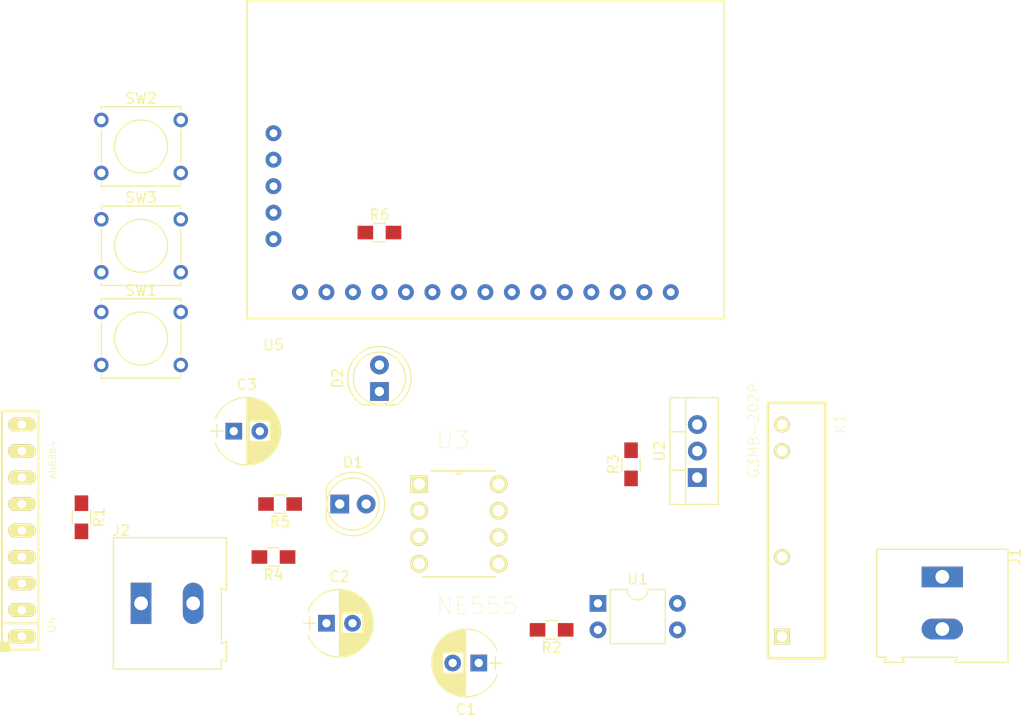
<source format=kicad_pcb>
(kicad_pcb (version 4) (host pcbnew 4.0.7-e2-6376~58~ubuntu16.04.1)

  (general
    (links 48)
    (no_connects 48)
    (area 0 0 0 0)
    (thickness 1.6)
    (drawings 0)
    (tracks 0)
    (zones 0)
    (modules 22)
    (nets 39)
  )

  (page A4)
  (layers
    (0 F.Cu signal)
    (31 B.Cu signal)
    (32 B.Adhes user)
    (33 F.Adhes user)
    (34 B.Paste user)
    (35 F.Paste user)
    (36 B.SilkS user)
    (37 F.SilkS user)
    (38 B.Mask user)
    (39 F.Mask user)
    (40 Dwgs.User user)
    (41 Cmts.User user)
    (42 Eco1.User user)
    (43 Eco2.User user)
    (44 Edge.Cuts user)
    (45 Margin user)
    (46 B.CrtYd user)
    (47 F.CrtYd user)
    (48 B.Fab user)
    (49 F.Fab user)
  )

  (setup
    (last_trace_width 0.25)
    (trace_clearance 0.2)
    (zone_clearance 0.508)
    (zone_45_only no)
    (trace_min 0.2)
    (segment_width 0.2)
    (edge_width 0.15)
    (via_size 0.6)
    (via_drill 0.4)
    (via_min_size 0.4)
    (via_min_drill 0.3)
    (uvia_size 0.3)
    (uvia_drill 0.1)
    (uvias_allowed no)
    (uvia_min_size 0.2)
    (uvia_min_drill 0.1)
    (pcb_text_width 0.3)
    (pcb_text_size 1.5 1.5)
    (mod_edge_width 0.15)
    (mod_text_size 1 1)
    (mod_text_width 0.15)
    (pad_size 1.524 1.524)
    (pad_drill 0.762)
    (pad_to_mask_clearance 0.2)
    (aux_axis_origin 0 0)
    (visible_elements FFFFFF7F)
    (pcbplotparams
      (layerselection 0x00030_80000001)
      (usegerberextensions false)
      (excludeedgelayer true)
      (linewidth 0.100000)
      (plotframeref false)
      (viasonmask false)
      (mode 1)
      (useauxorigin false)
      (hpglpennumber 1)
      (hpglpenspeed 20)
      (hpglpendiameter 15)
      (hpglpenoverlay 2)
      (psnegative false)
      (psa4output false)
      (plotreference true)
      (plotvalue true)
      (plotinvisibletext false)
      (padsonsilk false)
      (subtractmaskfromsilk false)
      (outputformat 1)
      (mirror false)
      (drillshape 1)
      (scaleselection 1)
      (outputdirectory ""))
  )

  (net 0 "")
  (net 1 "Net-(C1-Pad1)")
  (net 2 GND)
  (net 3 "Net-(C2-Pad1)")
  (net 4 "Net-(C3-Pad1)")
  (net 5 "Net-(C3-Pad2)")
  (net 6 "Net-(D1-Pad1)")
  (net 7 +5V)
  (net 8 "Net-(J1-Pad1)")
  (net 9 "Net-(J1-Pad2)")
  (net 10 "Net-(K1-Pad4)")
  (net 11 "Net-(R1-Pad2)")
  (net 12 "Net-(R2-Pad1)")
  (net 13 "Net-(R3-Pad1)")
  (net 14 "Net-(R4-Pad1)")
  (net 15 "Net-(R5-Pad2)")
  (net 16 "Net-(U1-Pad1)")
  (net 17 "Net-(U3-Pad5)")
  (net 18 "Net-(U4-Pad3)")
  (net 19 "Net-(U4-Pad4)")
  (net 20 "Net-(U4-Pad5)")
  (net 21 "Net-(U4-Pad6)")
  (net 22 "Net-(U4-Pad7)")
  (net 23 "Net-(D2-Pad1)")
  (net 24 "Net-(D2-Pad2)")
  (net 25 "Net-(U5-Pad3)")
  (net 26 "Net-(R6-Pad2)")
  (net 27 "Net-(U5-Pad6)")
  (net 28 "Net-(U5-Pad7)")
  (net 29 "Net-(U5-Pad8)")
  (net 30 OUTR)
  (net 31 "Net-(U5-Pad12)")
  (net 32 INR)
  (net 33 INL)
  (net 34 COM)
  (net 35 PLAY)
  (net 36 NEXT)
  (net 37 REV)
  (net 38 "Net-(U5-Pad20)")

  (net_class Default "This is the default net class."
    (clearance 0.2)
    (trace_width 0.25)
    (via_dia 0.6)
    (via_drill 0.4)
    (uvia_dia 0.3)
    (uvia_drill 0.1)
    (add_net +5V)
    (add_net COM)
    (add_net GND)
    (add_net INL)
    (add_net INR)
    (add_net NEXT)
    (add_net "Net-(C1-Pad1)")
    (add_net "Net-(C2-Pad1)")
    (add_net "Net-(C3-Pad1)")
    (add_net "Net-(C3-Pad2)")
    (add_net "Net-(D1-Pad1)")
    (add_net "Net-(D2-Pad1)")
    (add_net "Net-(D2-Pad2)")
    (add_net "Net-(J1-Pad1)")
    (add_net "Net-(J1-Pad2)")
    (add_net "Net-(K1-Pad4)")
    (add_net "Net-(R1-Pad2)")
    (add_net "Net-(R2-Pad1)")
    (add_net "Net-(R3-Pad1)")
    (add_net "Net-(R4-Pad1)")
    (add_net "Net-(R5-Pad2)")
    (add_net "Net-(R6-Pad2)")
    (add_net "Net-(U1-Pad1)")
    (add_net "Net-(U3-Pad5)")
    (add_net "Net-(U4-Pad3)")
    (add_net "Net-(U4-Pad4)")
    (add_net "Net-(U4-Pad5)")
    (add_net "Net-(U4-Pad6)")
    (add_net "Net-(U4-Pad7)")
    (add_net "Net-(U5-Pad12)")
    (add_net "Net-(U5-Pad20)")
    (add_net "Net-(U5-Pad3)")
    (add_net "Net-(U5-Pad6)")
    (add_net "Net-(U5-Pad7)")
    (add_net "Net-(U5-Pad8)")
    (add_net OUTR)
    (add_net PLAY)
    (add_net REV)
  )

  (module Capacitors_THT:CP_Radial_D6.3mm_P2.50mm (layer F.Cu) (tedit 597BC7C2) (tstamp 5A27B89E)
    (at 227.33 82.55 180)
    (descr "CP, Radial series, Radial, pin pitch=2.50mm, , diameter=6.3mm, Electrolytic Capacitor")
    (tags "CP Radial series Radial pin pitch 2.50mm  diameter 6.3mm Electrolytic Capacitor")
    (path /5A27BACD)
    (fp_text reference C1 (at 1.25 -4.46 180) (layer F.SilkS)
      (effects (font (size 1 1) (thickness 0.15)))
    )
    (fp_text value 100uF (at 1.25 4.46 180) (layer F.Fab)
      (effects (font (size 1 1) (thickness 0.15)))
    )
    (fp_arc (start 1.25 0) (end -1.767482 -1.18) (angle 137.3) (layer F.SilkS) (width 0.12))
    (fp_arc (start 1.25 0) (end -1.767482 1.18) (angle -137.3) (layer F.SilkS) (width 0.12))
    (fp_arc (start 1.25 0) (end 4.267482 -1.18) (angle 42.7) (layer F.SilkS) (width 0.12))
    (fp_circle (center 1.25 0) (end 4.4 0) (layer F.Fab) (width 0.1))
    (fp_line (start -2.2 0) (end -1 0) (layer F.Fab) (width 0.1))
    (fp_line (start -1.6 -0.65) (end -1.6 0.65) (layer F.Fab) (width 0.1))
    (fp_line (start 1.25 -3.2) (end 1.25 3.2) (layer F.SilkS) (width 0.12))
    (fp_line (start 1.29 -3.2) (end 1.29 3.2) (layer F.SilkS) (width 0.12))
    (fp_line (start 1.33 -3.2) (end 1.33 3.2) (layer F.SilkS) (width 0.12))
    (fp_line (start 1.37 -3.198) (end 1.37 3.198) (layer F.SilkS) (width 0.12))
    (fp_line (start 1.41 -3.197) (end 1.41 3.197) (layer F.SilkS) (width 0.12))
    (fp_line (start 1.45 -3.194) (end 1.45 3.194) (layer F.SilkS) (width 0.12))
    (fp_line (start 1.49 -3.192) (end 1.49 3.192) (layer F.SilkS) (width 0.12))
    (fp_line (start 1.53 -3.188) (end 1.53 -0.98) (layer F.SilkS) (width 0.12))
    (fp_line (start 1.53 0.98) (end 1.53 3.188) (layer F.SilkS) (width 0.12))
    (fp_line (start 1.57 -3.185) (end 1.57 -0.98) (layer F.SilkS) (width 0.12))
    (fp_line (start 1.57 0.98) (end 1.57 3.185) (layer F.SilkS) (width 0.12))
    (fp_line (start 1.61 -3.18) (end 1.61 -0.98) (layer F.SilkS) (width 0.12))
    (fp_line (start 1.61 0.98) (end 1.61 3.18) (layer F.SilkS) (width 0.12))
    (fp_line (start 1.65 -3.176) (end 1.65 -0.98) (layer F.SilkS) (width 0.12))
    (fp_line (start 1.65 0.98) (end 1.65 3.176) (layer F.SilkS) (width 0.12))
    (fp_line (start 1.69 -3.17) (end 1.69 -0.98) (layer F.SilkS) (width 0.12))
    (fp_line (start 1.69 0.98) (end 1.69 3.17) (layer F.SilkS) (width 0.12))
    (fp_line (start 1.73 -3.165) (end 1.73 -0.98) (layer F.SilkS) (width 0.12))
    (fp_line (start 1.73 0.98) (end 1.73 3.165) (layer F.SilkS) (width 0.12))
    (fp_line (start 1.77 -3.158) (end 1.77 -0.98) (layer F.SilkS) (width 0.12))
    (fp_line (start 1.77 0.98) (end 1.77 3.158) (layer F.SilkS) (width 0.12))
    (fp_line (start 1.81 -3.152) (end 1.81 -0.98) (layer F.SilkS) (width 0.12))
    (fp_line (start 1.81 0.98) (end 1.81 3.152) (layer F.SilkS) (width 0.12))
    (fp_line (start 1.85 -3.144) (end 1.85 -0.98) (layer F.SilkS) (width 0.12))
    (fp_line (start 1.85 0.98) (end 1.85 3.144) (layer F.SilkS) (width 0.12))
    (fp_line (start 1.89 -3.137) (end 1.89 -0.98) (layer F.SilkS) (width 0.12))
    (fp_line (start 1.89 0.98) (end 1.89 3.137) (layer F.SilkS) (width 0.12))
    (fp_line (start 1.93 -3.128) (end 1.93 -0.98) (layer F.SilkS) (width 0.12))
    (fp_line (start 1.93 0.98) (end 1.93 3.128) (layer F.SilkS) (width 0.12))
    (fp_line (start 1.971 -3.119) (end 1.971 -0.98) (layer F.SilkS) (width 0.12))
    (fp_line (start 1.971 0.98) (end 1.971 3.119) (layer F.SilkS) (width 0.12))
    (fp_line (start 2.011 -3.11) (end 2.011 -0.98) (layer F.SilkS) (width 0.12))
    (fp_line (start 2.011 0.98) (end 2.011 3.11) (layer F.SilkS) (width 0.12))
    (fp_line (start 2.051 -3.1) (end 2.051 -0.98) (layer F.SilkS) (width 0.12))
    (fp_line (start 2.051 0.98) (end 2.051 3.1) (layer F.SilkS) (width 0.12))
    (fp_line (start 2.091 -3.09) (end 2.091 -0.98) (layer F.SilkS) (width 0.12))
    (fp_line (start 2.091 0.98) (end 2.091 3.09) (layer F.SilkS) (width 0.12))
    (fp_line (start 2.131 -3.079) (end 2.131 -0.98) (layer F.SilkS) (width 0.12))
    (fp_line (start 2.131 0.98) (end 2.131 3.079) (layer F.SilkS) (width 0.12))
    (fp_line (start 2.171 -3.067) (end 2.171 -0.98) (layer F.SilkS) (width 0.12))
    (fp_line (start 2.171 0.98) (end 2.171 3.067) (layer F.SilkS) (width 0.12))
    (fp_line (start 2.211 -3.055) (end 2.211 -0.98) (layer F.SilkS) (width 0.12))
    (fp_line (start 2.211 0.98) (end 2.211 3.055) (layer F.SilkS) (width 0.12))
    (fp_line (start 2.251 -3.042) (end 2.251 -0.98) (layer F.SilkS) (width 0.12))
    (fp_line (start 2.251 0.98) (end 2.251 3.042) (layer F.SilkS) (width 0.12))
    (fp_line (start 2.291 -3.029) (end 2.291 -0.98) (layer F.SilkS) (width 0.12))
    (fp_line (start 2.291 0.98) (end 2.291 3.029) (layer F.SilkS) (width 0.12))
    (fp_line (start 2.331 -3.015) (end 2.331 -0.98) (layer F.SilkS) (width 0.12))
    (fp_line (start 2.331 0.98) (end 2.331 3.015) (layer F.SilkS) (width 0.12))
    (fp_line (start 2.371 -3.001) (end 2.371 -0.98) (layer F.SilkS) (width 0.12))
    (fp_line (start 2.371 0.98) (end 2.371 3.001) (layer F.SilkS) (width 0.12))
    (fp_line (start 2.411 -2.986) (end 2.411 -0.98) (layer F.SilkS) (width 0.12))
    (fp_line (start 2.411 0.98) (end 2.411 2.986) (layer F.SilkS) (width 0.12))
    (fp_line (start 2.451 -2.97) (end 2.451 -0.98) (layer F.SilkS) (width 0.12))
    (fp_line (start 2.451 0.98) (end 2.451 2.97) (layer F.SilkS) (width 0.12))
    (fp_line (start 2.491 -2.954) (end 2.491 -0.98) (layer F.SilkS) (width 0.12))
    (fp_line (start 2.491 0.98) (end 2.491 2.954) (layer F.SilkS) (width 0.12))
    (fp_line (start 2.531 -2.937) (end 2.531 -0.98) (layer F.SilkS) (width 0.12))
    (fp_line (start 2.531 0.98) (end 2.531 2.937) (layer F.SilkS) (width 0.12))
    (fp_line (start 2.571 -2.919) (end 2.571 -0.98) (layer F.SilkS) (width 0.12))
    (fp_line (start 2.571 0.98) (end 2.571 2.919) (layer F.SilkS) (width 0.12))
    (fp_line (start 2.611 -2.901) (end 2.611 -0.98) (layer F.SilkS) (width 0.12))
    (fp_line (start 2.611 0.98) (end 2.611 2.901) (layer F.SilkS) (width 0.12))
    (fp_line (start 2.651 -2.882) (end 2.651 -0.98) (layer F.SilkS) (width 0.12))
    (fp_line (start 2.651 0.98) (end 2.651 2.882) (layer F.SilkS) (width 0.12))
    (fp_line (start 2.691 -2.863) (end 2.691 -0.98) (layer F.SilkS) (width 0.12))
    (fp_line (start 2.691 0.98) (end 2.691 2.863) (layer F.SilkS) (width 0.12))
    (fp_line (start 2.731 -2.843) (end 2.731 -0.98) (layer F.SilkS) (width 0.12))
    (fp_line (start 2.731 0.98) (end 2.731 2.843) (layer F.SilkS) (width 0.12))
    (fp_line (start 2.771 -2.822) (end 2.771 -0.98) (layer F.SilkS) (width 0.12))
    (fp_line (start 2.771 0.98) (end 2.771 2.822) (layer F.SilkS) (width 0.12))
    (fp_line (start 2.811 -2.8) (end 2.811 -0.98) (layer F.SilkS) (width 0.12))
    (fp_line (start 2.811 0.98) (end 2.811 2.8) (layer F.SilkS) (width 0.12))
    (fp_line (start 2.851 -2.778) (end 2.851 -0.98) (layer F.SilkS) (width 0.12))
    (fp_line (start 2.851 0.98) (end 2.851 2.778) (layer F.SilkS) (width 0.12))
    (fp_line (start 2.891 -2.755) (end 2.891 -0.98) (layer F.SilkS) (width 0.12))
    (fp_line (start 2.891 0.98) (end 2.891 2.755) (layer F.SilkS) (width 0.12))
    (fp_line (start 2.931 -2.731) (end 2.931 -0.98) (layer F.SilkS) (width 0.12))
    (fp_line (start 2.931 0.98) (end 2.931 2.731) (layer F.SilkS) (width 0.12))
    (fp_line (start 2.971 -2.706) (end 2.971 -0.98) (layer F.SilkS) (width 0.12))
    (fp_line (start 2.971 0.98) (end 2.971 2.706) (layer F.SilkS) (width 0.12))
    (fp_line (start 3.011 -2.681) (end 3.011 -0.98) (layer F.SilkS) (width 0.12))
    (fp_line (start 3.011 0.98) (end 3.011 2.681) (layer F.SilkS) (width 0.12))
    (fp_line (start 3.051 -2.654) (end 3.051 -0.98) (layer F.SilkS) (width 0.12))
    (fp_line (start 3.051 0.98) (end 3.051 2.654) (layer F.SilkS) (width 0.12))
    (fp_line (start 3.091 -2.627) (end 3.091 -0.98) (layer F.SilkS) (width 0.12))
    (fp_line (start 3.091 0.98) (end 3.091 2.627) (layer F.SilkS) (width 0.12))
    (fp_line (start 3.131 -2.599) (end 3.131 -0.98) (layer F.SilkS) (width 0.12))
    (fp_line (start 3.131 0.98) (end 3.131 2.599) (layer F.SilkS) (width 0.12))
    (fp_line (start 3.171 -2.57) (end 3.171 -0.98) (layer F.SilkS) (width 0.12))
    (fp_line (start 3.171 0.98) (end 3.171 2.57) (layer F.SilkS) (width 0.12))
    (fp_line (start 3.211 -2.54) (end 3.211 -0.98) (layer F.SilkS) (width 0.12))
    (fp_line (start 3.211 0.98) (end 3.211 2.54) (layer F.SilkS) (width 0.12))
    (fp_line (start 3.251 -2.51) (end 3.251 -0.98) (layer F.SilkS) (width 0.12))
    (fp_line (start 3.251 0.98) (end 3.251 2.51) (layer F.SilkS) (width 0.12))
    (fp_line (start 3.291 -2.478) (end 3.291 -0.98) (layer F.SilkS) (width 0.12))
    (fp_line (start 3.291 0.98) (end 3.291 2.478) (layer F.SilkS) (width 0.12))
    (fp_line (start 3.331 -2.445) (end 3.331 -0.98) (layer F.SilkS) (width 0.12))
    (fp_line (start 3.331 0.98) (end 3.331 2.445) (layer F.SilkS) (width 0.12))
    (fp_line (start 3.371 -2.411) (end 3.371 -0.98) (layer F.SilkS) (width 0.12))
    (fp_line (start 3.371 0.98) (end 3.371 2.411) (layer F.SilkS) (width 0.12))
    (fp_line (start 3.411 -2.375) (end 3.411 -0.98) (layer F.SilkS) (width 0.12))
    (fp_line (start 3.411 0.98) (end 3.411 2.375) (layer F.SilkS) (width 0.12))
    (fp_line (start 3.451 -2.339) (end 3.451 -0.98) (layer F.SilkS) (width 0.12))
    (fp_line (start 3.451 0.98) (end 3.451 2.339) (layer F.SilkS) (width 0.12))
    (fp_line (start 3.491 -2.301) (end 3.491 2.301) (layer F.SilkS) (width 0.12))
    (fp_line (start 3.531 -2.262) (end 3.531 2.262) (layer F.SilkS) (width 0.12))
    (fp_line (start 3.571 -2.222) (end 3.571 2.222) (layer F.SilkS) (width 0.12))
    (fp_line (start 3.611 -2.18) (end 3.611 2.18) (layer F.SilkS) (width 0.12))
    (fp_line (start 3.651 -2.137) (end 3.651 2.137) (layer F.SilkS) (width 0.12))
    (fp_line (start 3.691 -2.092) (end 3.691 2.092) (layer F.SilkS) (width 0.12))
    (fp_line (start 3.731 -2.045) (end 3.731 2.045) (layer F.SilkS) (width 0.12))
    (fp_line (start 3.771 -1.997) (end 3.771 1.997) (layer F.SilkS) (width 0.12))
    (fp_line (start 3.811 -1.946) (end 3.811 1.946) (layer F.SilkS) (width 0.12))
    (fp_line (start 3.851 -1.894) (end 3.851 1.894) (layer F.SilkS) (width 0.12))
    (fp_line (start 3.891 -1.839) (end 3.891 1.839) (layer F.SilkS) (width 0.12))
    (fp_line (start 3.931 -1.781) (end 3.931 1.781) (layer F.SilkS) (width 0.12))
    (fp_line (start 3.971 -1.721) (end 3.971 1.721) (layer F.SilkS) (width 0.12))
    (fp_line (start 4.011 -1.658) (end 4.011 1.658) (layer F.SilkS) (width 0.12))
    (fp_line (start 4.051 -1.591) (end 4.051 1.591) (layer F.SilkS) (width 0.12))
    (fp_line (start 4.091 -1.52) (end 4.091 1.52) (layer F.SilkS) (width 0.12))
    (fp_line (start 4.131 -1.445) (end 4.131 1.445) (layer F.SilkS) (width 0.12))
    (fp_line (start 4.171 -1.364) (end 4.171 1.364) (layer F.SilkS) (width 0.12))
    (fp_line (start 4.211 -1.278) (end 4.211 1.278) (layer F.SilkS) (width 0.12))
    (fp_line (start 4.251 -1.184) (end 4.251 1.184) (layer F.SilkS) (width 0.12))
    (fp_line (start 4.291 -1.081) (end 4.291 1.081) (layer F.SilkS) (width 0.12))
    (fp_line (start 4.331 -0.966) (end 4.331 0.966) (layer F.SilkS) (width 0.12))
    (fp_line (start 4.371 -0.834) (end 4.371 0.834) (layer F.SilkS) (width 0.12))
    (fp_line (start 4.411 -0.676) (end 4.411 0.676) (layer F.SilkS) (width 0.12))
    (fp_line (start 4.451 -0.468) (end 4.451 0.468) (layer F.SilkS) (width 0.12))
    (fp_line (start -2.2 0) (end -1 0) (layer F.SilkS) (width 0.12))
    (fp_line (start -1.6 -0.65) (end -1.6 0.65) (layer F.SilkS) (width 0.12))
    (fp_line (start -2.25 -3.5) (end -2.25 3.5) (layer F.CrtYd) (width 0.05))
    (fp_line (start -2.25 3.5) (end 4.75 3.5) (layer F.CrtYd) (width 0.05))
    (fp_line (start 4.75 3.5) (end 4.75 -3.5) (layer F.CrtYd) (width 0.05))
    (fp_line (start 4.75 -3.5) (end -2.25 -3.5) (layer F.CrtYd) (width 0.05))
    (fp_text user %R (at 1.25 0 180) (layer F.Fab)
      (effects (font (size 1 1) (thickness 0.15)))
    )
    (pad 1 thru_hole rect (at 0 0 180) (size 1.6 1.6) (drill 0.8) (layers *.Cu *.Mask)
      (net 1 "Net-(C1-Pad1)"))
    (pad 2 thru_hole circle (at 2.5 0 180) (size 1.6 1.6) (drill 0.8) (layers *.Cu *.Mask)
      (net 2 GND))
    (model ${KISYS3DMOD}/Capacitors_THT.3dshapes/CP_Radial_D6.3mm_P2.50mm.wrl
      (at (xyz 0 0 0))
      (scale (xyz 1 1 1))
      (rotate (xyz 0 0 0))
    )
  )

  (module Capacitors_THT:CP_Radial_D6.3mm_P2.50mm (layer F.Cu) (tedit 597BC7C2) (tstamp 5A27B8A4)
    (at 212.725 78.74)
    (descr "CP, Radial series, Radial, pin pitch=2.50mm, , diameter=6.3mm, Electrolytic Capacitor")
    (tags "CP Radial series Radial pin pitch 2.50mm  diameter 6.3mm Electrolytic Capacitor")
    (path /5A27B76F)
    (fp_text reference C2 (at 1.25 -4.46) (layer F.SilkS)
      (effects (font (size 1 1) (thickness 0.15)))
    )
    (fp_text value 10uF (at 1.25 4.46) (layer F.Fab)
      (effects (font (size 1 1) (thickness 0.15)))
    )
    (fp_arc (start 1.25 0) (end -1.767482 -1.18) (angle 137.3) (layer F.SilkS) (width 0.12))
    (fp_arc (start 1.25 0) (end -1.767482 1.18) (angle -137.3) (layer F.SilkS) (width 0.12))
    (fp_arc (start 1.25 0) (end 4.267482 -1.18) (angle 42.7) (layer F.SilkS) (width 0.12))
    (fp_circle (center 1.25 0) (end 4.4 0) (layer F.Fab) (width 0.1))
    (fp_line (start -2.2 0) (end -1 0) (layer F.Fab) (width 0.1))
    (fp_line (start -1.6 -0.65) (end -1.6 0.65) (layer F.Fab) (width 0.1))
    (fp_line (start 1.25 -3.2) (end 1.25 3.2) (layer F.SilkS) (width 0.12))
    (fp_line (start 1.29 -3.2) (end 1.29 3.2) (layer F.SilkS) (width 0.12))
    (fp_line (start 1.33 -3.2) (end 1.33 3.2) (layer F.SilkS) (width 0.12))
    (fp_line (start 1.37 -3.198) (end 1.37 3.198) (layer F.SilkS) (width 0.12))
    (fp_line (start 1.41 -3.197) (end 1.41 3.197) (layer F.SilkS) (width 0.12))
    (fp_line (start 1.45 -3.194) (end 1.45 3.194) (layer F.SilkS) (width 0.12))
    (fp_line (start 1.49 -3.192) (end 1.49 3.192) (layer F.SilkS) (width 0.12))
    (fp_line (start 1.53 -3.188) (end 1.53 -0.98) (layer F.SilkS) (width 0.12))
    (fp_line (start 1.53 0.98) (end 1.53 3.188) (layer F.SilkS) (width 0.12))
    (fp_line (start 1.57 -3.185) (end 1.57 -0.98) (layer F.SilkS) (width 0.12))
    (fp_line (start 1.57 0.98) (end 1.57 3.185) (layer F.SilkS) (width 0.12))
    (fp_line (start 1.61 -3.18) (end 1.61 -0.98) (layer F.SilkS) (width 0.12))
    (fp_line (start 1.61 0.98) (end 1.61 3.18) (layer F.SilkS) (width 0.12))
    (fp_line (start 1.65 -3.176) (end 1.65 -0.98) (layer F.SilkS) (width 0.12))
    (fp_line (start 1.65 0.98) (end 1.65 3.176) (layer F.SilkS) (width 0.12))
    (fp_line (start 1.69 -3.17) (end 1.69 -0.98) (layer F.SilkS) (width 0.12))
    (fp_line (start 1.69 0.98) (end 1.69 3.17) (layer F.SilkS) (width 0.12))
    (fp_line (start 1.73 -3.165) (end 1.73 -0.98) (layer F.SilkS) (width 0.12))
    (fp_line (start 1.73 0.98) (end 1.73 3.165) (layer F.SilkS) (width 0.12))
    (fp_line (start 1.77 -3.158) (end 1.77 -0.98) (layer F.SilkS) (width 0.12))
    (fp_line (start 1.77 0.98) (end 1.77 3.158) (layer F.SilkS) (width 0.12))
    (fp_line (start 1.81 -3.152) (end 1.81 -0.98) (layer F.SilkS) (width 0.12))
    (fp_line (start 1.81 0.98) (end 1.81 3.152) (layer F.SilkS) (width 0.12))
    (fp_line (start 1.85 -3.144) (end 1.85 -0.98) (layer F.SilkS) (width 0.12))
    (fp_line (start 1.85 0.98) (end 1.85 3.144) (layer F.SilkS) (width 0.12))
    (fp_line (start 1.89 -3.137) (end 1.89 -0.98) (layer F.SilkS) (width 0.12))
    (fp_line (start 1.89 0.98) (end 1.89 3.137) (layer F.SilkS) (width 0.12))
    (fp_line (start 1.93 -3.128) (end 1.93 -0.98) (layer F.SilkS) (width 0.12))
    (fp_line (start 1.93 0.98) (end 1.93 3.128) (layer F.SilkS) (width 0.12))
    (fp_line (start 1.971 -3.119) (end 1.971 -0.98) (layer F.SilkS) (width 0.12))
    (fp_line (start 1.971 0.98) (end 1.971 3.119) (layer F.SilkS) (width 0.12))
    (fp_line (start 2.011 -3.11) (end 2.011 -0.98) (layer F.SilkS) (width 0.12))
    (fp_line (start 2.011 0.98) (end 2.011 3.11) (layer F.SilkS) (width 0.12))
    (fp_line (start 2.051 -3.1) (end 2.051 -0.98) (layer F.SilkS) (width 0.12))
    (fp_line (start 2.051 0.98) (end 2.051 3.1) (layer F.SilkS) (width 0.12))
    (fp_line (start 2.091 -3.09) (end 2.091 -0.98) (layer F.SilkS) (width 0.12))
    (fp_line (start 2.091 0.98) (end 2.091 3.09) (layer F.SilkS) (width 0.12))
    (fp_line (start 2.131 -3.079) (end 2.131 -0.98) (layer F.SilkS) (width 0.12))
    (fp_line (start 2.131 0.98) (end 2.131 3.079) (layer F.SilkS) (width 0.12))
    (fp_line (start 2.171 -3.067) (end 2.171 -0.98) (layer F.SilkS) (width 0.12))
    (fp_line (start 2.171 0.98) (end 2.171 3.067) (layer F.SilkS) (width 0.12))
    (fp_line (start 2.211 -3.055) (end 2.211 -0.98) (layer F.SilkS) (width 0.12))
    (fp_line (start 2.211 0.98) (end 2.211 3.055) (layer F.SilkS) (width 0.12))
    (fp_line (start 2.251 -3.042) (end 2.251 -0.98) (layer F.SilkS) (width 0.12))
    (fp_line (start 2.251 0.98) (end 2.251 3.042) (layer F.SilkS) (width 0.12))
    (fp_line (start 2.291 -3.029) (end 2.291 -0.98) (layer F.SilkS) (width 0.12))
    (fp_line (start 2.291 0.98) (end 2.291 3.029) (layer F.SilkS) (width 0.12))
    (fp_line (start 2.331 -3.015) (end 2.331 -0.98) (layer F.SilkS) (width 0.12))
    (fp_line (start 2.331 0.98) (end 2.331 3.015) (layer F.SilkS) (width 0.12))
    (fp_line (start 2.371 -3.001) (end 2.371 -0.98) (layer F.SilkS) (width 0.12))
    (fp_line (start 2.371 0.98) (end 2.371 3.001) (layer F.SilkS) (width 0.12))
    (fp_line (start 2.411 -2.986) (end 2.411 -0.98) (layer F.SilkS) (width 0.12))
    (fp_line (start 2.411 0.98) (end 2.411 2.986) (layer F.SilkS) (width 0.12))
    (fp_line (start 2.451 -2.97) (end 2.451 -0.98) (layer F.SilkS) (width 0.12))
    (fp_line (start 2.451 0.98) (end 2.451 2.97) (layer F.SilkS) (width 0.12))
    (fp_line (start 2.491 -2.954) (end 2.491 -0.98) (layer F.SilkS) (width 0.12))
    (fp_line (start 2.491 0.98) (end 2.491 2.954) (layer F.SilkS) (width 0.12))
    (fp_line (start 2.531 -2.937) (end 2.531 -0.98) (layer F.SilkS) (width 0.12))
    (fp_line (start 2.531 0.98) (end 2.531 2.937) (layer F.SilkS) (width 0.12))
    (fp_line (start 2.571 -2.919) (end 2.571 -0.98) (layer F.SilkS) (width 0.12))
    (fp_line (start 2.571 0.98) (end 2.571 2.919) (layer F.SilkS) (width 0.12))
    (fp_line (start 2.611 -2.901) (end 2.611 -0.98) (layer F.SilkS) (width 0.12))
    (fp_line (start 2.611 0.98) (end 2.611 2.901) (layer F.SilkS) (width 0.12))
    (fp_line (start 2.651 -2.882) (end 2.651 -0.98) (layer F.SilkS) (width 0.12))
    (fp_line (start 2.651 0.98) (end 2.651 2.882) (layer F.SilkS) (width 0.12))
    (fp_line (start 2.691 -2.863) (end 2.691 -0.98) (layer F.SilkS) (width 0.12))
    (fp_line (start 2.691 0.98) (end 2.691 2.863) (layer F.SilkS) (width 0.12))
    (fp_line (start 2.731 -2.843) (end 2.731 -0.98) (layer F.SilkS) (width 0.12))
    (fp_line (start 2.731 0.98) (end 2.731 2.843) (layer F.SilkS) (width 0.12))
    (fp_line (start 2.771 -2.822) (end 2.771 -0.98) (layer F.SilkS) (width 0.12))
    (fp_line (start 2.771 0.98) (end 2.771 2.822) (layer F.SilkS) (width 0.12))
    (fp_line (start 2.811 -2.8) (end 2.811 -0.98) (layer F.SilkS) (width 0.12))
    (fp_line (start 2.811 0.98) (end 2.811 2.8) (layer F.SilkS) (width 0.12))
    (fp_line (start 2.851 -2.778) (end 2.851 -0.98) (layer F.SilkS) (width 0.12))
    (fp_line (start 2.851 0.98) (end 2.851 2.778) (layer F.SilkS) (width 0.12))
    (fp_line (start 2.891 -2.755) (end 2.891 -0.98) (layer F.SilkS) (width 0.12))
    (fp_line (start 2.891 0.98) (end 2.891 2.755) (layer F.SilkS) (width 0.12))
    (fp_line (start 2.931 -2.731) (end 2.931 -0.98) (layer F.SilkS) (width 0.12))
    (fp_line (start 2.931 0.98) (end 2.931 2.731) (layer F.SilkS) (width 0.12))
    (fp_line (start 2.971 -2.706) (end 2.971 -0.98) (layer F.SilkS) (width 0.12))
    (fp_line (start 2.971 0.98) (end 2.971 2.706) (layer F.SilkS) (width 0.12))
    (fp_line (start 3.011 -2.681) (end 3.011 -0.98) (layer F.SilkS) (width 0.12))
    (fp_line (start 3.011 0.98) (end 3.011 2.681) (layer F.SilkS) (width 0.12))
    (fp_line (start 3.051 -2.654) (end 3.051 -0.98) (layer F.SilkS) (width 0.12))
    (fp_line (start 3.051 0.98) (end 3.051 2.654) (layer F.SilkS) (width 0.12))
    (fp_line (start 3.091 -2.627) (end 3.091 -0.98) (layer F.SilkS) (width 0.12))
    (fp_line (start 3.091 0.98) (end 3.091 2.627) (layer F.SilkS) (width 0.12))
    (fp_line (start 3.131 -2.599) (end 3.131 -0.98) (layer F.SilkS) (width 0.12))
    (fp_line (start 3.131 0.98) (end 3.131 2.599) (layer F.SilkS) (width 0.12))
    (fp_line (start 3.171 -2.57) (end 3.171 -0.98) (layer F.SilkS) (width 0.12))
    (fp_line (start 3.171 0.98) (end 3.171 2.57) (layer F.SilkS) (width 0.12))
    (fp_line (start 3.211 -2.54) (end 3.211 -0.98) (layer F.SilkS) (width 0.12))
    (fp_line (start 3.211 0.98) (end 3.211 2.54) (layer F.SilkS) (width 0.12))
    (fp_line (start 3.251 -2.51) (end 3.251 -0.98) (layer F.SilkS) (width 0.12))
    (fp_line (start 3.251 0.98) (end 3.251 2.51) (layer F.SilkS) (width 0.12))
    (fp_line (start 3.291 -2.478) (end 3.291 -0.98) (layer F.SilkS) (width 0.12))
    (fp_line (start 3.291 0.98) (end 3.291 2.478) (layer F.SilkS) (width 0.12))
    (fp_line (start 3.331 -2.445) (end 3.331 -0.98) (layer F.SilkS) (width 0.12))
    (fp_line (start 3.331 0.98) (end 3.331 2.445) (layer F.SilkS) (width 0.12))
    (fp_line (start 3.371 -2.411) (end 3.371 -0.98) (layer F.SilkS) (width 0.12))
    (fp_line (start 3.371 0.98) (end 3.371 2.411) (layer F.SilkS) (width 0.12))
    (fp_line (start 3.411 -2.375) (end 3.411 -0.98) (layer F.SilkS) (width 0.12))
    (fp_line (start 3.411 0.98) (end 3.411 2.375) (layer F.SilkS) (width 0.12))
    (fp_line (start 3.451 -2.339) (end 3.451 -0.98) (layer F.SilkS) (width 0.12))
    (fp_line (start 3.451 0.98) (end 3.451 2.339) (layer F.SilkS) (width 0.12))
    (fp_line (start 3.491 -2.301) (end 3.491 2.301) (layer F.SilkS) (width 0.12))
    (fp_line (start 3.531 -2.262) (end 3.531 2.262) (layer F.SilkS) (width 0.12))
    (fp_line (start 3.571 -2.222) (end 3.571 2.222) (layer F.SilkS) (width 0.12))
    (fp_line (start 3.611 -2.18) (end 3.611 2.18) (layer F.SilkS) (width 0.12))
    (fp_line (start 3.651 -2.137) (end 3.651 2.137) (layer F.SilkS) (width 0.12))
    (fp_line (start 3.691 -2.092) (end 3.691 2.092) (layer F.SilkS) (width 0.12))
    (fp_line (start 3.731 -2.045) (end 3.731 2.045) (layer F.SilkS) (width 0.12))
    (fp_line (start 3.771 -1.997) (end 3.771 1.997) (layer F.SilkS) (width 0.12))
    (fp_line (start 3.811 -1.946) (end 3.811 1.946) (layer F.SilkS) (width 0.12))
    (fp_line (start 3.851 -1.894) (end 3.851 1.894) (layer F.SilkS) (width 0.12))
    (fp_line (start 3.891 -1.839) (end 3.891 1.839) (layer F.SilkS) (width 0.12))
    (fp_line (start 3.931 -1.781) (end 3.931 1.781) (layer F.SilkS) (width 0.12))
    (fp_line (start 3.971 -1.721) (end 3.971 1.721) (layer F.SilkS) (width 0.12))
    (fp_line (start 4.011 -1.658) (end 4.011 1.658) (layer F.SilkS) (width 0.12))
    (fp_line (start 4.051 -1.591) (end 4.051 1.591) (layer F.SilkS) (width 0.12))
    (fp_line (start 4.091 -1.52) (end 4.091 1.52) (layer F.SilkS) (width 0.12))
    (fp_line (start 4.131 -1.445) (end 4.131 1.445) (layer F.SilkS) (width 0.12))
    (fp_line (start 4.171 -1.364) (end 4.171 1.364) (layer F.SilkS) (width 0.12))
    (fp_line (start 4.211 -1.278) (end 4.211 1.278) (layer F.SilkS) (width 0.12))
    (fp_line (start 4.251 -1.184) (end 4.251 1.184) (layer F.SilkS) (width 0.12))
    (fp_line (start 4.291 -1.081) (end 4.291 1.081) (layer F.SilkS) (width 0.12))
    (fp_line (start 4.331 -0.966) (end 4.331 0.966) (layer F.SilkS) (width 0.12))
    (fp_line (start 4.371 -0.834) (end 4.371 0.834) (layer F.SilkS) (width 0.12))
    (fp_line (start 4.411 -0.676) (end 4.411 0.676) (layer F.SilkS) (width 0.12))
    (fp_line (start 4.451 -0.468) (end 4.451 0.468) (layer F.SilkS) (width 0.12))
    (fp_line (start -2.2 0) (end -1 0) (layer F.SilkS) (width 0.12))
    (fp_line (start -1.6 -0.65) (end -1.6 0.65) (layer F.SilkS) (width 0.12))
    (fp_line (start -2.25 -3.5) (end -2.25 3.5) (layer F.CrtYd) (width 0.05))
    (fp_line (start -2.25 3.5) (end 4.75 3.5) (layer F.CrtYd) (width 0.05))
    (fp_line (start 4.75 3.5) (end 4.75 -3.5) (layer F.CrtYd) (width 0.05))
    (fp_line (start 4.75 -3.5) (end -2.25 -3.5) (layer F.CrtYd) (width 0.05))
    (fp_text user %R (at 1.25 0) (layer F.Fab)
      (effects (font (size 1 1) (thickness 0.15)))
    )
    (pad 1 thru_hole rect (at 0 0) (size 1.6 1.6) (drill 0.8) (layers *.Cu *.Mask)
      (net 3 "Net-(C2-Pad1)"))
    (pad 2 thru_hole circle (at 2.5 0) (size 1.6 1.6) (drill 0.8) (layers *.Cu *.Mask)
      (net 2 GND))
    (model ${KISYS3DMOD}/Capacitors_THT.3dshapes/CP_Radial_D6.3mm_P2.50mm.wrl
      (at (xyz 0 0 0))
      (scale (xyz 1 1 1))
      (rotate (xyz 0 0 0))
    )
  )

  (module Capacitors_THT:CP_Radial_D6.3mm_P2.50mm (layer F.Cu) (tedit 597BC7C2) (tstamp 5A27B8AA)
    (at 203.835 60.325)
    (descr "CP, Radial series, Radial, pin pitch=2.50mm, , diameter=6.3mm, Electrolytic Capacitor")
    (tags "CP Radial series Radial pin pitch 2.50mm  diameter 6.3mm Electrolytic Capacitor")
    (path /5A27BBEB)
    (fp_text reference C3 (at 1.25 -4.46) (layer F.SilkS)
      (effects (font (size 1 1) (thickness 0.15)))
    )
    (fp_text value 10uF (at 1.25 4.46) (layer F.Fab)
      (effects (font (size 1 1) (thickness 0.15)))
    )
    (fp_arc (start 1.25 0) (end -1.767482 -1.18) (angle 137.3) (layer F.SilkS) (width 0.12))
    (fp_arc (start 1.25 0) (end -1.767482 1.18) (angle -137.3) (layer F.SilkS) (width 0.12))
    (fp_arc (start 1.25 0) (end 4.267482 -1.18) (angle 42.7) (layer F.SilkS) (width 0.12))
    (fp_circle (center 1.25 0) (end 4.4 0) (layer F.Fab) (width 0.1))
    (fp_line (start -2.2 0) (end -1 0) (layer F.Fab) (width 0.1))
    (fp_line (start -1.6 -0.65) (end -1.6 0.65) (layer F.Fab) (width 0.1))
    (fp_line (start 1.25 -3.2) (end 1.25 3.2) (layer F.SilkS) (width 0.12))
    (fp_line (start 1.29 -3.2) (end 1.29 3.2) (layer F.SilkS) (width 0.12))
    (fp_line (start 1.33 -3.2) (end 1.33 3.2) (layer F.SilkS) (width 0.12))
    (fp_line (start 1.37 -3.198) (end 1.37 3.198) (layer F.SilkS) (width 0.12))
    (fp_line (start 1.41 -3.197) (end 1.41 3.197) (layer F.SilkS) (width 0.12))
    (fp_line (start 1.45 -3.194) (end 1.45 3.194) (layer F.SilkS) (width 0.12))
    (fp_line (start 1.49 -3.192) (end 1.49 3.192) (layer F.SilkS) (width 0.12))
    (fp_line (start 1.53 -3.188) (end 1.53 -0.98) (layer F.SilkS) (width 0.12))
    (fp_line (start 1.53 0.98) (end 1.53 3.188) (layer F.SilkS) (width 0.12))
    (fp_line (start 1.57 -3.185) (end 1.57 -0.98) (layer F.SilkS) (width 0.12))
    (fp_line (start 1.57 0.98) (end 1.57 3.185) (layer F.SilkS) (width 0.12))
    (fp_line (start 1.61 -3.18) (end 1.61 -0.98) (layer F.SilkS) (width 0.12))
    (fp_line (start 1.61 0.98) (end 1.61 3.18) (layer F.SilkS) (width 0.12))
    (fp_line (start 1.65 -3.176) (end 1.65 -0.98) (layer F.SilkS) (width 0.12))
    (fp_line (start 1.65 0.98) (end 1.65 3.176) (layer F.SilkS) (width 0.12))
    (fp_line (start 1.69 -3.17) (end 1.69 -0.98) (layer F.SilkS) (width 0.12))
    (fp_line (start 1.69 0.98) (end 1.69 3.17) (layer F.SilkS) (width 0.12))
    (fp_line (start 1.73 -3.165) (end 1.73 -0.98) (layer F.SilkS) (width 0.12))
    (fp_line (start 1.73 0.98) (end 1.73 3.165) (layer F.SilkS) (width 0.12))
    (fp_line (start 1.77 -3.158) (end 1.77 -0.98) (layer F.SilkS) (width 0.12))
    (fp_line (start 1.77 0.98) (end 1.77 3.158) (layer F.SilkS) (width 0.12))
    (fp_line (start 1.81 -3.152) (end 1.81 -0.98) (layer F.SilkS) (width 0.12))
    (fp_line (start 1.81 0.98) (end 1.81 3.152) (layer F.SilkS) (width 0.12))
    (fp_line (start 1.85 -3.144) (end 1.85 -0.98) (layer F.SilkS) (width 0.12))
    (fp_line (start 1.85 0.98) (end 1.85 3.144) (layer F.SilkS) (width 0.12))
    (fp_line (start 1.89 -3.137) (end 1.89 -0.98) (layer F.SilkS) (width 0.12))
    (fp_line (start 1.89 0.98) (end 1.89 3.137) (layer F.SilkS) (width 0.12))
    (fp_line (start 1.93 -3.128) (end 1.93 -0.98) (layer F.SilkS) (width 0.12))
    (fp_line (start 1.93 0.98) (end 1.93 3.128) (layer F.SilkS) (width 0.12))
    (fp_line (start 1.971 -3.119) (end 1.971 -0.98) (layer F.SilkS) (width 0.12))
    (fp_line (start 1.971 0.98) (end 1.971 3.119) (layer F.SilkS) (width 0.12))
    (fp_line (start 2.011 -3.11) (end 2.011 -0.98) (layer F.SilkS) (width 0.12))
    (fp_line (start 2.011 0.98) (end 2.011 3.11) (layer F.SilkS) (width 0.12))
    (fp_line (start 2.051 -3.1) (end 2.051 -0.98) (layer F.SilkS) (width 0.12))
    (fp_line (start 2.051 0.98) (end 2.051 3.1) (layer F.SilkS) (width 0.12))
    (fp_line (start 2.091 -3.09) (end 2.091 -0.98) (layer F.SilkS) (width 0.12))
    (fp_line (start 2.091 0.98) (end 2.091 3.09) (layer F.SilkS) (width 0.12))
    (fp_line (start 2.131 -3.079) (end 2.131 -0.98) (layer F.SilkS) (width 0.12))
    (fp_line (start 2.131 0.98) (end 2.131 3.079) (layer F.SilkS) (width 0.12))
    (fp_line (start 2.171 -3.067) (end 2.171 -0.98) (layer F.SilkS) (width 0.12))
    (fp_line (start 2.171 0.98) (end 2.171 3.067) (layer F.SilkS) (width 0.12))
    (fp_line (start 2.211 -3.055) (end 2.211 -0.98) (layer F.SilkS) (width 0.12))
    (fp_line (start 2.211 0.98) (end 2.211 3.055) (layer F.SilkS) (width 0.12))
    (fp_line (start 2.251 -3.042) (end 2.251 -0.98) (layer F.SilkS) (width 0.12))
    (fp_line (start 2.251 0.98) (end 2.251 3.042) (layer F.SilkS) (width 0.12))
    (fp_line (start 2.291 -3.029) (end 2.291 -0.98) (layer F.SilkS) (width 0.12))
    (fp_line (start 2.291 0.98) (end 2.291 3.029) (layer F.SilkS) (width 0.12))
    (fp_line (start 2.331 -3.015) (end 2.331 -0.98) (layer F.SilkS) (width 0.12))
    (fp_line (start 2.331 0.98) (end 2.331 3.015) (layer F.SilkS) (width 0.12))
    (fp_line (start 2.371 -3.001) (end 2.371 -0.98) (layer F.SilkS) (width 0.12))
    (fp_line (start 2.371 0.98) (end 2.371 3.001) (layer F.SilkS) (width 0.12))
    (fp_line (start 2.411 -2.986) (end 2.411 -0.98) (layer F.SilkS) (width 0.12))
    (fp_line (start 2.411 0.98) (end 2.411 2.986) (layer F.SilkS) (width 0.12))
    (fp_line (start 2.451 -2.97) (end 2.451 -0.98) (layer F.SilkS) (width 0.12))
    (fp_line (start 2.451 0.98) (end 2.451 2.97) (layer F.SilkS) (width 0.12))
    (fp_line (start 2.491 -2.954) (end 2.491 -0.98) (layer F.SilkS) (width 0.12))
    (fp_line (start 2.491 0.98) (end 2.491 2.954) (layer F.SilkS) (width 0.12))
    (fp_line (start 2.531 -2.937) (end 2.531 -0.98) (layer F.SilkS) (width 0.12))
    (fp_line (start 2.531 0.98) (end 2.531 2.937) (layer F.SilkS) (width 0.12))
    (fp_line (start 2.571 -2.919) (end 2.571 -0.98) (layer F.SilkS) (width 0.12))
    (fp_line (start 2.571 0.98) (end 2.571 2.919) (layer F.SilkS) (width 0.12))
    (fp_line (start 2.611 -2.901) (end 2.611 -0.98) (layer F.SilkS) (width 0.12))
    (fp_line (start 2.611 0.98) (end 2.611 2.901) (layer F.SilkS) (width 0.12))
    (fp_line (start 2.651 -2.882) (end 2.651 -0.98) (layer F.SilkS) (width 0.12))
    (fp_line (start 2.651 0.98) (end 2.651 2.882) (layer F.SilkS) (width 0.12))
    (fp_line (start 2.691 -2.863) (end 2.691 -0.98) (layer F.SilkS) (width 0.12))
    (fp_line (start 2.691 0.98) (end 2.691 2.863) (layer F.SilkS) (width 0.12))
    (fp_line (start 2.731 -2.843) (end 2.731 -0.98) (layer F.SilkS) (width 0.12))
    (fp_line (start 2.731 0.98) (end 2.731 2.843) (layer F.SilkS) (width 0.12))
    (fp_line (start 2.771 -2.822) (end 2.771 -0.98) (layer F.SilkS) (width 0.12))
    (fp_line (start 2.771 0.98) (end 2.771 2.822) (layer F.SilkS) (width 0.12))
    (fp_line (start 2.811 -2.8) (end 2.811 -0.98) (layer F.SilkS) (width 0.12))
    (fp_line (start 2.811 0.98) (end 2.811 2.8) (layer F.SilkS) (width 0.12))
    (fp_line (start 2.851 -2.778) (end 2.851 -0.98) (layer F.SilkS) (width 0.12))
    (fp_line (start 2.851 0.98) (end 2.851 2.778) (layer F.SilkS) (width 0.12))
    (fp_line (start 2.891 -2.755) (end 2.891 -0.98) (layer F.SilkS) (width 0.12))
    (fp_line (start 2.891 0.98) (end 2.891 2.755) (layer F.SilkS) (width 0.12))
    (fp_line (start 2.931 -2.731) (end 2.931 -0.98) (layer F.SilkS) (width 0.12))
    (fp_line (start 2.931 0.98) (end 2.931 2.731) (layer F.SilkS) (width 0.12))
    (fp_line (start 2.971 -2.706) (end 2.971 -0.98) (layer F.SilkS) (width 0.12))
    (fp_line (start 2.971 0.98) (end 2.971 2.706) (layer F.SilkS) (width 0.12))
    (fp_line (start 3.011 -2.681) (end 3.011 -0.98) (layer F.SilkS) (width 0.12))
    (fp_line (start 3.011 0.98) (end 3.011 2.681) (layer F.SilkS) (width 0.12))
    (fp_line (start 3.051 -2.654) (end 3.051 -0.98) (layer F.SilkS) (width 0.12))
    (fp_line (start 3.051 0.98) (end 3.051 2.654) (layer F.SilkS) (width 0.12))
    (fp_line (start 3.091 -2.627) (end 3.091 -0.98) (layer F.SilkS) (width 0.12))
    (fp_line (start 3.091 0.98) (end 3.091 2.627) (layer F.SilkS) (width 0.12))
    (fp_line (start 3.131 -2.599) (end 3.131 -0.98) (layer F.SilkS) (width 0.12))
    (fp_line (start 3.131 0.98) (end 3.131 2.599) (layer F.SilkS) (width 0.12))
    (fp_line (start 3.171 -2.57) (end 3.171 -0.98) (layer F.SilkS) (width 0.12))
    (fp_line (start 3.171 0.98) (end 3.171 2.57) (layer F.SilkS) (width 0.12))
    (fp_line (start 3.211 -2.54) (end 3.211 -0.98) (layer F.SilkS) (width 0.12))
    (fp_line (start 3.211 0.98) (end 3.211 2.54) (layer F.SilkS) (width 0.12))
    (fp_line (start 3.251 -2.51) (end 3.251 -0.98) (layer F.SilkS) (width 0.12))
    (fp_line (start 3.251 0.98) (end 3.251 2.51) (layer F.SilkS) (width 0.12))
    (fp_line (start 3.291 -2.478) (end 3.291 -0.98) (layer F.SilkS) (width 0.12))
    (fp_line (start 3.291 0.98) (end 3.291 2.478) (layer F.SilkS) (width 0.12))
    (fp_line (start 3.331 -2.445) (end 3.331 -0.98) (layer F.SilkS) (width 0.12))
    (fp_line (start 3.331 0.98) (end 3.331 2.445) (layer F.SilkS) (width 0.12))
    (fp_line (start 3.371 -2.411) (end 3.371 -0.98) (layer F.SilkS) (width 0.12))
    (fp_line (start 3.371 0.98) (end 3.371 2.411) (layer F.SilkS) (width 0.12))
    (fp_line (start 3.411 -2.375) (end 3.411 -0.98) (layer F.SilkS) (width 0.12))
    (fp_line (start 3.411 0.98) (end 3.411 2.375) (layer F.SilkS) (width 0.12))
    (fp_line (start 3.451 -2.339) (end 3.451 -0.98) (layer F.SilkS) (width 0.12))
    (fp_line (start 3.451 0.98) (end 3.451 2.339) (layer F.SilkS) (width 0.12))
    (fp_line (start 3.491 -2.301) (end 3.491 2.301) (layer F.SilkS) (width 0.12))
    (fp_line (start 3.531 -2.262) (end 3.531 2.262) (layer F.SilkS) (width 0.12))
    (fp_line (start 3.571 -2.222) (end 3.571 2.222) (layer F.SilkS) (width 0.12))
    (fp_line (start 3.611 -2.18) (end 3.611 2.18) (layer F.SilkS) (width 0.12))
    (fp_line (start 3.651 -2.137) (end 3.651 2.137) (layer F.SilkS) (width 0.12))
    (fp_line (start 3.691 -2.092) (end 3.691 2.092) (layer F.SilkS) (width 0.12))
    (fp_line (start 3.731 -2.045) (end 3.731 2.045) (layer F.SilkS) (width 0.12))
    (fp_line (start 3.771 -1.997) (end 3.771 1.997) (layer F.SilkS) (width 0.12))
    (fp_line (start 3.811 -1.946) (end 3.811 1.946) (layer F.SilkS) (width 0.12))
    (fp_line (start 3.851 -1.894) (end 3.851 1.894) (layer F.SilkS) (width 0.12))
    (fp_line (start 3.891 -1.839) (end 3.891 1.839) (layer F.SilkS) (width 0.12))
    (fp_line (start 3.931 -1.781) (end 3.931 1.781) (layer F.SilkS) (width 0.12))
    (fp_line (start 3.971 -1.721) (end 3.971 1.721) (layer F.SilkS) (width 0.12))
    (fp_line (start 4.011 -1.658) (end 4.011 1.658) (layer F.SilkS) (width 0.12))
    (fp_line (start 4.051 -1.591) (end 4.051 1.591) (layer F.SilkS) (width 0.12))
    (fp_line (start 4.091 -1.52) (end 4.091 1.52) (layer F.SilkS) (width 0.12))
    (fp_line (start 4.131 -1.445) (end 4.131 1.445) (layer F.SilkS) (width 0.12))
    (fp_line (start 4.171 -1.364) (end 4.171 1.364) (layer F.SilkS) (width 0.12))
    (fp_line (start 4.211 -1.278) (end 4.211 1.278) (layer F.SilkS) (width 0.12))
    (fp_line (start 4.251 -1.184) (end 4.251 1.184) (layer F.SilkS) (width 0.12))
    (fp_line (start 4.291 -1.081) (end 4.291 1.081) (layer F.SilkS) (width 0.12))
    (fp_line (start 4.331 -0.966) (end 4.331 0.966) (layer F.SilkS) (width 0.12))
    (fp_line (start 4.371 -0.834) (end 4.371 0.834) (layer F.SilkS) (width 0.12))
    (fp_line (start 4.411 -0.676) (end 4.411 0.676) (layer F.SilkS) (width 0.12))
    (fp_line (start 4.451 -0.468) (end 4.451 0.468) (layer F.SilkS) (width 0.12))
    (fp_line (start -2.2 0) (end -1 0) (layer F.SilkS) (width 0.12))
    (fp_line (start -1.6 -0.65) (end -1.6 0.65) (layer F.SilkS) (width 0.12))
    (fp_line (start -2.25 -3.5) (end -2.25 3.5) (layer F.CrtYd) (width 0.05))
    (fp_line (start -2.25 3.5) (end 4.75 3.5) (layer F.CrtYd) (width 0.05))
    (fp_line (start 4.75 3.5) (end 4.75 -3.5) (layer F.CrtYd) (width 0.05))
    (fp_line (start 4.75 -3.5) (end -2.25 -3.5) (layer F.CrtYd) (width 0.05))
    (fp_text user %R (at 1.25 0) (layer F.Fab)
      (effects (font (size 1 1) (thickness 0.15)))
    )
    (pad 1 thru_hole rect (at 0 0) (size 1.6 1.6) (drill 0.8) (layers *.Cu *.Mask)
      (net 4 "Net-(C3-Pad1)"))
    (pad 2 thru_hole circle (at 2.5 0) (size 1.6 1.6) (drill 0.8) (layers *.Cu *.Mask)
      (net 5 "Net-(C3-Pad2)"))
    (model ${KISYS3DMOD}/Capacitors_THT.3dshapes/CP_Radial_D6.3mm_P2.50mm.wrl
      (at (xyz 0 0 0))
      (scale (xyz 1 1 1))
      (rotate (xyz 0 0 0))
    )
  )

  (module LEDs:LED_D5.0mm_FlatTop (layer F.Cu) (tedit 5880A862) (tstamp 5A27B8B0)
    (at 213.995 67.31)
    (descr "LED, Round, FlatTop, diameter 5.0mm, 2 pins, http://www.kingbright.com/attachments/file/psearch/000/00/00/L-483GDT(Ver.15B).pdf")
    (tags "LED Round FlatTop diameter 5.0mm 2 pins")
    (path /5A27C98A)
    (fp_text reference D1 (at 1.27 -4.01) (layer F.SilkS)
      (effects (font (size 1 1) (thickness 0.15)))
    )
    (fp_text value LED (at 1.27 4.01) (layer F.Fab)
      (effects (font (size 1 1) (thickness 0.15)))
    )
    (fp_arc (start 1.27 0) (end -1.23 -1.566046) (angle 295.9) (layer F.Fab) (width 0.1))
    (fp_arc (start 1.27 0) (end -1.29 -1.639512) (angle 147.4) (layer F.SilkS) (width 0.12))
    (fp_arc (start 1.27 0) (end -1.29 1.639512) (angle -147.4) (layer F.SilkS) (width 0.12))
    (fp_circle (center 1.27 0) (end 3.77 0) (layer F.Fab) (width 0.1))
    (fp_circle (center 1.27 0) (end 3.77 0) (layer F.SilkS) (width 0.12))
    (fp_line (start -1.23 -1.566046) (end -1.23 1.566046) (layer F.Fab) (width 0.1))
    (fp_line (start -1.29 -1.64) (end -1.29 1.64) (layer F.SilkS) (width 0.12))
    (fp_line (start -2 -3.3) (end -2 3.3) (layer F.CrtYd) (width 0.05))
    (fp_line (start -2 3.3) (end 4.55 3.3) (layer F.CrtYd) (width 0.05))
    (fp_line (start 4.55 3.3) (end 4.55 -3.3) (layer F.CrtYd) (width 0.05))
    (fp_line (start 4.55 -3.3) (end -2 -3.3) (layer F.CrtYd) (width 0.05))
    (pad 1 thru_hole rect (at 0 0) (size 1.8 1.8) (drill 0.9) (layers *.Cu *.Mask)
      (net 6 "Net-(D1-Pad1)"))
    (pad 2 thru_hole circle (at 2.54 0) (size 1.8 1.8) (drill 0.9) (layers *.Cu *.Mask)
      (net 7 +5V))
    (model ${KISYS3DMOD}/LEDs.3dshapes/LED_D5.0mm_FlatTop.wrl
      (at (xyz 0 0 0))
      (scale (xyz 0.393701 0.393701 0.393701))
      (rotate (xyz 0 0 0))
    )
  )

  (module Connectors_Terminal_Blocks:TerminalBlock_Altech_AK300-2_P5.00mm (layer F.Cu) (tedit 59FF0306) (tstamp 5A27B8B6)
    (at 271.78 74.295 270)
    (descr "Altech AK300 terminal block, pitch 5.0mm, 45 degree angled, see http://www.mouser.com/ds/2/16/PCBMETRC-24178.pdf")
    (tags "Altech AK300 terminal block pitch 5.0mm")
    (path /5A27AC03)
    (fp_text reference J1 (at -1.92 -6.99 270) (layer F.SilkS)
      (effects (font (size 1 1) (thickness 0.15)))
    )
    (fp_text value 220VAC (at 2.78 7.75 270) (layer F.Fab)
      (effects (font (size 1 1) (thickness 0.15)))
    )
    (fp_text user %R (at 2.5 -2 270) (layer F.Fab)
      (effects (font (size 1 1) (thickness 0.15)))
    )
    (fp_line (start -2.65 -6.3) (end -2.65 6.3) (layer F.SilkS) (width 0.12))
    (fp_line (start -2.65 6.3) (end 7.7 6.3) (layer F.SilkS) (width 0.12))
    (fp_line (start 7.7 6.3) (end 7.7 5.35) (layer F.SilkS) (width 0.12))
    (fp_line (start 7.7 5.35) (end 8.2 5.6) (layer F.SilkS) (width 0.12))
    (fp_line (start 8.2 5.6) (end 8.2 3.7) (layer F.SilkS) (width 0.12))
    (fp_line (start 8.2 3.7) (end 8.2 3.65) (layer F.SilkS) (width 0.12))
    (fp_line (start 8.2 3.65) (end 7.7 3.9) (layer F.SilkS) (width 0.12))
    (fp_line (start 7.7 3.9) (end 7.7 -1.5) (layer F.SilkS) (width 0.12))
    (fp_line (start 7.7 -1.5) (end 8.2 -1.2) (layer F.SilkS) (width 0.12))
    (fp_line (start 8.2 -1.2) (end 8.2 -6.3) (layer F.SilkS) (width 0.12))
    (fp_line (start 8.2 -6.3) (end -2.65 -6.3) (layer F.SilkS) (width 0.12))
    (fp_line (start -1.26 2.54) (end 1.28 2.54) (layer F.Fab) (width 0.1))
    (fp_line (start 1.28 2.54) (end 1.28 -0.25) (layer F.Fab) (width 0.1))
    (fp_line (start -1.26 -0.25) (end 1.28 -0.25) (layer F.Fab) (width 0.1))
    (fp_line (start -1.26 2.54) (end -1.26 -0.25) (layer F.Fab) (width 0.1))
    (fp_line (start 3.74 2.54) (end 6.28 2.54) (layer F.Fab) (width 0.1))
    (fp_line (start 6.28 2.54) (end 6.28 -0.25) (layer F.Fab) (width 0.1))
    (fp_line (start 3.74 -0.25) (end 6.28 -0.25) (layer F.Fab) (width 0.1))
    (fp_line (start 3.74 2.54) (end 3.74 -0.25) (layer F.Fab) (width 0.1))
    (fp_line (start 7.61 -6.22) (end 7.61 -3.17) (layer F.Fab) (width 0.1))
    (fp_line (start 7.61 -6.22) (end -2.58 -6.22) (layer F.Fab) (width 0.1))
    (fp_line (start 7.61 -6.22) (end 8.11 -6.22) (layer F.Fab) (width 0.1))
    (fp_line (start 8.11 -6.22) (end 8.11 -1.4) (layer F.Fab) (width 0.1))
    (fp_line (start 8.11 -1.4) (end 7.61 -1.65) (layer F.Fab) (width 0.1))
    (fp_line (start 8.11 5.46) (end 7.61 5.21) (layer F.Fab) (width 0.1))
    (fp_line (start 7.61 5.21) (end 7.61 6.22) (layer F.Fab) (width 0.1))
    (fp_line (start 8.11 3.81) (end 7.61 4.06) (layer F.Fab) (width 0.1))
    (fp_line (start 7.61 4.06) (end 7.61 5.21) (layer F.Fab) (width 0.1))
    (fp_line (start 8.11 3.81) (end 8.11 5.46) (layer F.Fab) (width 0.1))
    (fp_line (start 2.98 6.22) (end 2.98 4.32) (layer F.Fab) (width 0.1))
    (fp_line (start 7.05 -0.25) (end 7.05 4.32) (layer F.Fab) (width 0.1))
    (fp_line (start 2.98 6.22) (end 7.05 6.22) (layer F.Fab) (width 0.1))
    (fp_line (start 7.05 6.22) (end 7.61 6.22) (layer F.Fab) (width 0.1))
    (fp_line (start 2.04 6.22) (end 2.04 4.32) (layer F.Fab) (width 0.1))
    (fp_line (start 2.04 6.22) (end 2.98 6.22) (layer F.Fab) (width 0.1))
    (fp_line (start -2.02 -0.25) (end -2.02 4.32) (layer F.Fab) (width 0.1))
    (fp_line (start -2.58 6.22) (end -2.02 6.22) (layer F.Fab) (width 0.1))
    (fp_line (start -2.02 6.22) (end 2.04 6.22) (layer F.Fab) (width 0.1))
    (fp_line (start 2.98 4.32) (end 7.05 4.32) (layer F.Fab) (width 0.1))
    (fp_line (start 2.98 4.32) (end 2.98 -0.25) (layer F.Fab) (width 0.1))
    (fp_line (start 7.05 4.32) (end 7.05 6.22) (layer F.Fab) (width 0.1))
    (fp_line (start 2.04 4.32) (end -2.02 4.32) (layer F.Fab) (width 0.1))
    (fp_line (start 2.04 4.32) (end 2.04 -0.25) (layer F.Fab) (width 0.1))
    (fp_line (start -2.02 4.32) (end -2.02 6.22) (layer F.Fab) (width 0.1))
    (fp_line (start 6.67 3.68) (end 6.67 0.51) (layer F.Fab) (width 0.1))
    (fp_line (start 6.67 3.68) (end 3.36 3.68) (layer F.Fab) (width 0.1))
    (fp_line (start 3.36 3.68) (end 3.36 0.51) (layer F.Fab) (width 0.1))
    (fp_line (start 1.66 3.68) (end 1.66 0.51) (layer F.Fab) (width 0.1))
    (fp_line (start 1.66 3.68) (end -1.64 3.68) (layer F.Fab) (width 0.1))
    (fp_line (start -1.64 3.68) (end -1.64 0.51) (layer F.Fab) (width 0.1))
    (fp_line (start -1.64 0.51) (end -1.26 0.51) (layer F.Fab) (width 0.1))
    (fp_line (start 1.66 0.51) (end 1.28 0.51) (layer F.Fab) (width 0.1))
    (fp_line (start 3.36 0.51) (end 3.74 0.51) (layer F.Fab) (width 0.1))
    (fp_line (start 6.67 0.51) (end 6.28 0.51) (layer F.Fab) (width 0.1))
    (fp_line (start -2.58 6.22) (end -2.58 -0.64) (layer F.Fab) (width 0.1))
    (fp_line (start -2.58 -0.64) (end -2.58 -3.17) (layer F.Fab) (width 0.1))
    (fp_line (start 7.61 -1.65) (end 7.61 -0.64) (layer F.Fab) (width 0.1))
    (fp_line (start 7.61 -0.64) (end 7.61 4.06) (layer F.Fab) (width 0.1))
    (fp_line (start -2.58 -3.17) (end 7.61 -3.17) (layer F.Fab) (width 0.1))
    (fp_line (start -2.58 -3.17) (end -2.58 -6.22) (layer F.Fab) (width 0.1))
    (fp_line (start 7.61 -3.17) (end 7.61 -1.65) (layer F.Fab) (width 0.1))
    (fp_line (start 2.98 -3.43) (end 2.98 -5.97) (layer F.Fab) (width 0.1))
    (fp_line (start 2.98 -5.97) (end 7.05 -5.97) (layer F.Fab) (width 0.1))
    (fp_line (start 7.05 -5.97) (end 7.05 -3.43) (layer F.Fab) (width 0.1))
    (fp_line (start 7.05 -3.43) (end 2.98 -3.43) (layer F.Fab) (width 0.1))
    (fp_line (start 2.04 -3.43) (end 2.04 -5.97) (layer F.Fab) (width 0.1))
    (fp_line (start 2.04 -3.43) (end -2.02 -3.43) (layer F.Fab) (width 0.1))
    (fp_line (start -2.02 -3.43) (end -2.02 -5.97) (layer F.Fab) (width 0.1))
    (fp_line (start 2.04 -5.97) (end -2.02 -5.97) (layer F.Fab) (width 0.1))
    (fp_line (start 3.39 -4.45) (end 6.44 -5.08) (layer F.Fab) (width 0.1))
    (fp_line (start 3.52 -4.32) (end 6.56 -4.95) (layer F.Fab) (width 0.1))
    (fp_line (start -1.62 -4.45) (end 1.44 -5.08) (layer F.Fab) (width 0.1))
    (fp_line (start -1.49 -4.32) (end 1.56 -4.95) (layer F.Fab) (width 0.1))
    (fp_line (start -2.02 -0.25) (end -1.64 -0.25) (layer F.Fab) (width 0.1))
    (fp_line (start 2.04 -0.25) (end 1.66 -0.25) (layer F.Fab) (width 0.1))
    (fp_line (start 1.66 -0.25) (end -1.64 -0.25) (layer F.Fab) (width 0.1))
    (fp_line (start -2.58 -0.64) (end -1.64 -0.64) (layer F.Fab) (width 0.1))
    (fp_line (start -1.64 -0.64) (end 1.66 -0.64) (layer F.Fab) (width 0.1))
    (fp_line (start 1.66 -0.64) (end 3.36 -0.64) (layer F.Fab) (width 0.1))
    (fp_line (start 7.61 -0.64) (end 6.67 -0.64) (layer F.Fab) (width 0.1))
    (fp_line (start 6.67 -0.64) (end 3.36 -0.64) (layer F.Fab) (width 0.1))
    (fp_line (start 7.05 -0.25) (end 6.67 -0.25) (layer F.Fab) (width 0.1))
    (fp_line (start 2.98 -0.25) (end 3.36 -0.25) (layer F.Fab) (width 0.1))
    (fp_line (start 3.36 -0.25) (end 6.67 -0.25) (layer F.Fab) (width 0.1))
    (fp_line (start -2.83 -6.47) (end 8.36 -6.47) (layer F.CrtYd) (width 0.05))
    (fp_line (start -2.83 -6.47) (end -2.83 6.47) (layer F.CrtYd) (width 0.05))
    (fp_line (start 8.36 6.47) (end 8.36 -6.47) (layer F.CrtYd) (width 0.05))
    (fp_line (start 8.36 6.47) (end -2.83 6.47) (layer F.CrtYd) (width 0.05))
    (fp_arc (start 6.03 -4.59) (end 6.54 -5.05) (angle 90.5) (layer F.Fab) (width 0.1))
    (fp_arc (start 5.07 -6.07) (end 6.53 -4.12) (angle 75.5) (layer F.Fab) (width 0.1))
    (fp_arc (start 4.99 -3.71) (end 3.39 -5) (angle 100) (layer F.Fab) (width 0.1))
    (fp_arc (start 3.87 -4.65) (end 3.58 -4.13) (angle 104.2) (layer F.Fab) (width 0.1))
    (fp_arc (start 1.03 -4.59) (end 1.53 -5.05) (angle 90.5) (layer F.Fab) (width 0.1))
    (fp_arc (start 0.06 -6.07) (end 1.53 -4.12) (angle 75.5) (layer F.Fab) (width 0.1))
    (fp_arc (start -0.01 -3.71) (end -1.62 -5) (angle 100) (layer F.Fab) (width 0.1))
    (fp_arc (start -1.13 -4.65) (end -1.42 -4.13) (angle 104.2) (layer F.Fab) (width 0.1))
    (pad 1 thru_hole rect (at 0 0 270) (size 1.98 3.96) (drill 1.32) (layers *.Cu *.Mask)
      (net 8 "Net-(J1-Pad1)"))
    (pad 2 thru_hole oval (at 5 0 270) (size 1.98 3.96) (drill 1.32) (layers *.Cu *.Mask)
      (net 9 "Net-(J1-Pad2)"))
    (model ${KISYS3DMOD}/Terminal_Blocks.3dshapes/TerminalBlock_Altech_AK300-2_P5.00mm.wrl
      (at (xyz 0 0 0))
      (scale (xyz 1 1 1))
      (rotate (xyz 0 0 0))
    )
  )

  (module Connectors_Terminal_Blocks:TerminalBlock_Altech_AK300-2_P5.00mm (layer F.Cu) (tedit 59FF0306) (tstamp 5A27B8BC)
    (at 194.945 76.835)
    (descr "Altech AK300 terminal block, pitch 5.0mm, 45 degree angled, see http://www.mouser.com/ds/2/16/PCBMETRC-24178.pdf")
    (tags "Altech AK300 terminal block pitch 5.0mm")
    (path /5A27BF18)
    (fp_text reference J2 (at -1.92 -6.99) (layer F.SilkS)
      (effects (font (size 1 1) (thickness 0.15)))
    )
    (fp_text value Line-in (at 2.78 7.75) (layer F.Fab)
      (effects (font (size 1 1) (thickness 0.15)))
    )
    (fp_text user %R (at 2.5 -2) (layer F.Fab)
      (effects (font (size 1 1) (thickness 0.15)))
    )
    (fp_line (start -2.65 -6.3) (end -2.65 6.3) (layer F.SilkS) (width 0.12))
    (fp_line (start -2.65 6.3) (end 7.7 6.3) (layer F.SilkS) (width 0.12))
    (fp_line (start 7.7 6.3) (end 7.7 5.35) (layer F.SilkS) (width 0.12))
    (fp_line (start 7.7 5.35) (end 8.2 5.6) (layer F.SilkS) (width 0.12))
    (fp_line (start 8.2 5.6) (end 8.2 3.7) (layer F.SilkS) (width 0.12))
    (fp_line (start 8.2 3.7) (end 8.2 3.65) (layer F.SilkS) (width 0.12))
    (fp_line (start 8.2 3.65) (end 7.7 3.9) (layer F.SilkS) (width 0.12))
    (fp_line (start 7.7 3.9) (end 7.7 -1.5) (layer F.SilkS) (width 0.12))
    (fp_line (start 7.7 -1.5) (end 8.2 -1.2) (layer F.SilkS) (width 0.12))
    (fp_line (start 8.2 -1.2) (end 8.2 -6.3) (layer F.SilkS) (width 0.12))
    (fp_line (start 8.2 -6.3) (end -2.65 -6.3) (layer F.SilkS) (width 0.12))
    (fp_line (start -1.26 2.54) (end 1.28 2.54) (layer F.Fab) (width 0.1))
    (fp_line (start 1.28 2.54) (end 1.28 -0.25) (layer F.Fab) (width 0.1))
    (fp_line (start -1.26 -0.25) (end 1.28 -0.25) (layer F.Fab) (width 0.1))
    (fp_line (start -1.26 2.54) (end -1.26 -0.25) (layer F.Fab) (width 0.1))
    (fp_line (start 3.74 2.54) (end 6.28 2.54) (layer F.Fab) (width 0.1))
    (fp_line (start 6.28 2.54) (end 6.28 -0.25) (layer F.Fab) (width 0.1))
    (fp_line (start 3.74 -0.25) (end 6.28 -0.25) (layer F.Fab) (width 0.1))
    (fp_line (start 3.74 2.54) (end 3.74 -0.25) (layer F.Fab) (width 0.1))
    (fp_line (start 7.61 -6.22) (end 7.61 -3.17) (layer F.Fab) (width 0.1))
    (fp_line (start 7.61 -6.22) (end -2.58 -6.22) (layer F.Fab) (width 0.1))
    (fp_line (start 7.61 -6.22) (end 8.11 -6.22) (layer F.Fab) (width 0.1))
    (fp_line (start 8.11 -6.22) (end 8.11 -1.4) (layer F.Fab) (width 0.1))
    (fp_line (start 8.11 -1.4) (end 7.61 -1.65) (layer F.Fab) (width 0.1))
    (fp_line (start 8.11 5.46) (end 7.61 5.21) (layer F.Fab) (width 0.1))
    (fp_line (start 7.61 5.21) (end 7.61 6.22) (layer F.Fab) (width 0.1))
    (fp_line (start 8.11 3.81) (end 7.61 4.06) (layer F.Fab) (width 0.1))
    (fp_line (start 7.61 4.06) (end 7.61 5.21) (layer F.Fab) (width 0.1))
    (fp_line (start 8.11 3.81) (end 8.11 5.46) (layer F.Fab) (width 0.1))
    (fp_line (start 2.98 6.22) (end 2.98 4.32) (layer F.Fab) (width 0.1))
    (fp_line (start 7.05 -0.25) (end 7.05 4.32) (layer F.Fab) (width 0.1))
    (fp_line (start 2.98 6.22) (end 7.05 6.22) (layer F.Fab) (width 0.1))
    (fp_line (start 7.05 6.22) (end 7.61 6.22) (layer F.Fab) (width 0.1))
    (fp_line (start 2.04 6.22) (end 2.04 4.32) (layer F.Fab) (width 0.1))
    (fp_line (start 2.04 6.22) (end 2.98 6.22) (layer F.Fab) (width 0.1))
    (fp_line (start -2.02 -0.25) (end -2.02 4.32) (layer F.Fab) (width 0.1))
    (fp_line (start -2.58 6.22) (end -2.02 6.22) (layer F.Fab) (width 0.1))
    (fp_line (start -2.02 6.22) (end 2.04 6.22) (layer F.Fab) (width 0.1))
    (fp_line (start 2.98 4.32) (end 7.05 4.32) (layer F.Fab) (width 0.1))
    (fp_line (start 2.98 4.32) (end 2.98 -0.25) (layer F.Fab) (width 0.1))
    (fp_line (start 7.05 4.32) (end 7.05 6.22) (layer F.Fab) (width 0.1))
    (fp_line (start 2.04 4.32) (end -2.02 4.32) (layer F.Fab) (width 0.1))
    (fp_line (start 2.04 4.32) (end 2.04 -0.25) (layer F.Fab) (width 0.1))
    (fp_line (start -2.02 4.32) (end -2.02 6.22) (layer F.Fab) (width 0.1))
    (fp_line (start 6.67 3.68) (end 6.67 0.51) (layer F.Fab) (width 0.1))
    (fp_line (start 6.67 3.68) (end 3.36 3.68) (layer F.Fab) (width 0.1))
    (fp_line (start 3.36 3.68) (end 3.36 0.51) (layer F.Fab) (width 0.1))
    (fp_line (start 1.66 3.68) (end 1.66 0.51) (layer F.Fab) (width 0.1))
    (fp_line (start 1.66 3.68) (end -1.64 3.68) (layer F.Fab) (width 0.1))
    (fp_line (start -1.64 3.68) (end -1.64 0.51) (layer F.Fab) (width 0.1))
    (fp_line (start -1.64 0.51) (end -1.26 0.51) (layer F.Fab) (width 0.1))
    (fp_line (start 1.66 0.51) (end 1.28 0.51) (layer F.Fab) (width 0.1))
    (fp_line (start 3.36 0.51) (end 3.74 0.51) (layer F.Fab) (width 0.1))
    (fp_line (start 6.67 0.51) (end 6.28 0.51) (layer F.Fab) (width 0.1))
    (fp_line (start -2.58 6.22) (end -2.58 -0.64) (layer F.Fab) (width 0.1))
    (fp_line (start -2.58 -0.64) (end -2.58 -3.17) (layer F.Fab) (width 0.1))
    (fp_line (start 7.61 -1.65) (end 7.61 -0.64) (layer F.Fab) (width 0.1))
    (fp_line (start 7.61 -0.64) (end 7.61 4.06) (layer F.Fab) (width 0.1))
    (fp_line (start -2.58 -3.17) (end 7.61 -3.17) (layer F.Fab) (width 0.1))
    (fp_line (start -2.58 -3.17) (end -2.58 -6.22) (layer F.Fab) (width 0.1))
    (fp_line (start 7.61 -3.17) (end 7.61 -1.65) (layer F.Fab) (width 0.1))
    (fp_line (start 2.98 -3.43) (end 2.98 -5.97) (layer F.Fab) (width 0.1))
    (fp_line (start 2.98 -5.97) (end 7.05 -5.97) (layer F.Fab) (width 0.1))
    (fp_line (start 7.05 -5.97) (end 7.05 -3.43) (layer F.Fab) (width 0.1))
    (fp_line (start 7.05 -3.43) (end 2.98 -3.43) (layer F.Fab) (width 0.1))
    (fp_line (start 2.04 -3.43) (end 2.04 -5.97) (layer F.Fab) (width 0.1))
    (fp_line (start 2.04 -3.43) (end -2.02 -3.43) (layer F.Fab) (width 0.1))
    (fp_line (start -2.02 -3.43) (end -2.02 -5.97) (layer F.Fab) (width 0.1))
    (fp_line (start 2.04 -5.97) (end -2.02 -5.97) (layer F.Fab) (width 0.1))
    (fp_line (start 3.39 -4.45) (end 6.44 -5.08) (layer F.Fab) (width 0.1))
    (fp_line (start 3.52 -4.32) (end 6.56 -4.95) (layer F.Fab) (width 0.1))
    (fp_line (start -1.62 -4.45) (end 1.44 -5.08) (layer F.Fab) (width 0.1))
    (fp_line (start -1.49 -4.32) (end 1.56 -4.95) (layer F.Fab) (width 0.1))
    (fp_line (start -2.02 -0.25) (end -1.64 -0.25) (layer F.Fab) (width 0.1))
    (fp_line (start 2.04 -0.25) (end 1.66 -0.25) (layer F.Fab) (width 0.1))
    (fp_line (start 1.66 -0.25) (end -1.64 -0.25) (layer F.Fab) (width 0.1))
    (fp_line (start -2.58 -0.64) (end -1.64 -0.64) (layer F.Fab) (width 0.1))
    (fp_line (start -1.64 -0.64) (end 1.66 -0.64) (layer F.Fab) (width 0.1))
    (fp_line (start 1.66 -0.64) (end 3.36 -0.64) (layer F.Fab) (width 0.1))
    (fp_line (start 7.61 -0.64) (end 6.67 -0.64) (layer F.Fab) (width 0.1))
    (fp_line (start 6.67 -0.64) (end 3.36 -0.64) (layer F.Fab) (width 0.1))
    (fp_line (start 7.05 -0.25) (end 6.67 -0.25) (layer F.Fab) (width 0.1))
    (fp_line (start 2.98 -0.25) (end 3.36 -0.25) (layer F.Fab) (width 0.1))
    (fp_line (start 3.36 -0.25) (end 6.67 -0.25) (layer F.Fab) (width 0.1))
    (fp_line (start -2.83 -6.47) (end 8.36 -6.47) (layer F.CrtYd) (width 0.05))
    (fp_line (start -2.83 -6.47) (end -2.83 6.47) (layer F.CrtYd) (width 0.05))
    (fp_line (start 8.36 6.47) (end 8.36 -6.47) (layer F.CrtYd) (width 0.05))
    (fp_line (start 8.36 6.47) (end -2.83 6.47) (layer F.CrtYd) (width 0.05))
    (fp_arc (start 6.03 -4.59) (end 6.54 -5.05) (angle 90.5) (layer F.Fab) (width 0.1))
    (fp_arc (start 5.07 -6.07) (end 6.53 -4.12) (angle 75.5) (layer F.Fab) (width 0.1))
    (fp_arc (start 4.99 -3.71) (end 3.39 -5) (angle 100) (layer F.Fab) (width 0.1))
    (fp_arc (start 3.87 -4.65) (end 3.58 -4.13) (angle 104.2) (layer F.Fab) (width 0.1))
    (fp_arc (start 1.03 -4.59) (end 1.53 -5.05) (angle 90.5) (layer F.Fab) (width 0.1))
    (fp_arc (start 0.06 -6.07) (end 1.53 -4.12) (angle 75.5) (layer F.Fab) (width 0.1))
    (fp_arc (start -0.01 -3.71) (end -1.62 -5) (angle 100) (layer F.Fab) (width 0.1))
    (fp_arc (start -1.13 -4.65) (end -1.42 -4.13) (angle 104.2) (layer F.Fab) (width 0.1))
    (pad 1 thru_hole rect (at 0 0) (size 1.98 3.96) (drill 1.32) (layers *.Cu *.Mask)
      (net 5 "Net-(C3-Pad2)"))
    (pad 2 thru_hole oval (at 5 0) (size 1.98 3.96) (drill 1.32) (layers *.Cu *.Mask)
      (net 2 GND))
    (model ${KISYS3DMOD}/Terminal_Blocks.3dshapes/TerminalBlock_Altech_AK300-2_P5.00mm.wrl
      (at (xyz 0 0 0))
      (scale (xyz 1 1 1))
      (rotate (xyz 0 0 0))
    )
  )

  (module Resistors_SMD:R_0805_HandSoldering (layer F.Cu) (tedit 58E0A804) (tstamp 5A27B8CA)
    (at 189.23 68.58 270)
    (descr "Resistor SMD 0805, hand soldering")
    (tags "resistor 0805")
    (path /5A27BFFF)
    (attr smd)
    (fp_text reference R1 (at 0 -1.7 270) (layer F.SilkS)
      (effects (font (size 1 1) (thickness 0.15)))
    )
    (fp_text value 3.3k (at 0 1.75 270) (layer F.Fab)
      (effects (font (size 1 1) (thickness 0.15)))
    )
    (fp_text user %R (at 0 0 270) (layer F.Fab)
      (effects (font (size 0.5 0.5) (thickness 0.075)))
    )
    (fp_line (start -1 0.62) (end -1 -0.62) (layer F.Fab) (width 0.1))
    (fp_line (start 1 0.62) (end -1 0.62) (layer F.Fab) (width 0.1))
    (fp_line (start 1 -0.62) (end 1 0.62) (layer F.Fab) (width 0.1))
    (fp_line (start -1 -0.62) (end 1 -0.62) (layer F.Fab) (width 0.1))
    (fp_line (start 0.6 0.88) (end -0.6 0.88) (layer F.SilkS) (width 0.12))
    (fp_line (start -0.6 -0.88) (end 0.6 -0.88) (layer F.SilkS) (width 0.12))
    (fp_line (start -2.35 -0.9) (end 2.35 -0.9) (layer F.CrtYd) (width 0.05))
    (fp_line (start -2.35 -0.9) (end -2.35 0.9) (layer F.CrtYd) (width 0.05))
    (fp_line (start 2.35 0.9) (end 2.35 -0.9) (layer F.CrtYd) (width 0.05))
    (fp_line (start 2.35 0.9) (end -2.35 0.9) (layer F.CrtYd) (width 0.05))
    (pad 1 smd rect (at -1.35 0 270) (size 1.5 1.3) (layers F.Cu F.Paste F.Mask)
      (net 7 +5V))
    (pad 2 smd rect (at 1.35 0 270) (size 1.5 1.3) (layers F.Cu F.Paste F.Mask)
      (net 11 "Net-(R1-Pad2)"))
    (model ${KISYS3DMOD}/Resistors_SMD.3dshapes/R_0805.wrl
      (at (xyz 0 0 0))
      (scale (xyz 1 1 1))
      (rotate (xyz 0 0 0))
    )
  )

  (module Resistors_SMD:R_0805_HandSoldering (layer F.Cu) (tedit 58E0A804) (tstamp 5A27B8D0)
    (at 234.315 79.375 180)
    (descr "Resistor SMD 0805, hand soldering")
    (tags "resistor 0805")
    (path /5A27B52F)
    (attr smd)
    (fp_text reference R2 (at 0 -1.7 180) (layer F.SilkS)
      (effects (font (size 1 1) (thickness 0.15)))
    )
    (fp_text value 330 (at 0 1.75 180) (layer F.Fab)
      (effects (font (size 1 1) (thickness 0.15)))
    )
    (fp_text user %R (at 0 0 180) (layer F.Fab)
      (effects (font (size 0.5 0.5) (thickness 0.075)))
    )
    (fp_line (start -1 0.62) (end -1 -0.62) (layer F.Fab) (width 0.1))
    (fp_line (start 1 0.62) (end -1 0.62) (layer F.Fab) (width 0.1))
    (fp_line (start 1 -0.62) (end 1 0.62) (layer F.Fab) (width 0.1))
    (fp_line (start -1 -0.62) (end 1 -0.62) (layer F.Fab) (width 0.1))
    (fp_line (start 0.6 0.88) (end -0.6 0.88) (layer F.SilkS) (width 0.12))
    (fp_line (start -0.6 -0.88) (end 0.6 -0.88) (layer F.SilkS) (width 0.12))
    (fp_line (start -2.35 -0.9) (end 2.35 -0.9) (layer F.CrtYd) (width 0.05))
    (fp_line (start -2.35 -0.9) (end -2.35 0.9) (layer F.CrtYd) (width 0.05))
    (fp_line (start 2.35 0.9) (end 2.35 -0.9) (layer F.CrtYd) (width 0.05))
    (fp_line (start 2.35 0.9) (end -2.35 0.9) (layer F.CrtYd) (width 0.05))
    (pad 1 smd rect (at -1.35 0 180) (size 1.5 1.3) (layers F.Cu F.Paste F.Mask)
      (net 12 "Net-(R2-Pad1)"))
    (pad 2 smd rect (at 1.35 0 180) (size 1.5 1.3) (layers F.Cu F.Paste F.Mask)
      (net 2 GND))
    (model ${KISYS3DMOD}/Resistors_SMD.3dshapes/R_0805.wrl
      (at (xyz 0 0 0))
      (scale (xyz 1 1 1))
      (rotate (xyz 0 0 0))
    )
  )

  (module Resistors_SMD:R_0805_HandSoldering (layer F.Cu) (tedit 58E0A804) (tstamp 5A27B8D6)
    (at 241.935 63.5 90)
    (descr "Resistor SMD 0805, hand soldering")
    (tags "resistor 0805")
    (path /5A27B121)
    (attr smd)
    (fp_text reference R3 (at 0 -1.7 90) (layer F.SilkS)
      (effects (font (size 1 1) (thickness 0.15)))
    )
    (fp_text value 1k (at 0 1.75 90) (layer F.Fab)
      (effects (font (size 1 1) (thickness 0.15)))
    )
    (fp_text user %R (at 0 0 90) (layer F.Fab)
      (effects (font (size 0.5 0.5) (thickness 0.075)))
    )
    (fp_line (start -1 0.62) (end -1 -0.62) (layer F.Fab) (width 0.1))
    (fp_line (start 1 0.62) (end -1 0.62) (layer F.Fab) (width 0.1))
    (fp_line (start 1 -0.62) (end 1 0.62) (layer F.Fab) (width 0.1))
    (fp_line (start -1 -0.62) (end 1 -0.62) (layer F.Fab) (width 0.1))
    (fp_line (start 0.6 0.88) (end -0.6 0.88) (layer F.SilkS) (width 0.12))
    (fp_line (start -0.6 -0.88) (end 0.6 -0.88) (layer F.SilkS) (width 0.12))
    (fp_line (start -2.35 -0.9) (end 2.35 -0.9) (layer F.CrtYd) (width 0.05))
    (fp_line (start -2.35 -0.9) (end -2.35 0.9) (layer F.CrtYd) (width 0.05))
    (fp_line (start 2.35 0.9) (end 2.35 -0.9) (layer F.CrtYd) (width 0.05))
    (fp_line (start 2.35 0.9) (end -2.35 0.9) (layer F.CrtYd) (width 0.05))
    (pad 1 smd rect (at -1.35 0 90) (size 1.5 1.3) (layers F.Cu F.Paste F.Mask)
      (net 13 "Net-(R3-Pad1)"))
    (pad 2 smd rect (at 1.35 0 90) (size 1.5 1.3) (layers F.Cu F.Paste F.Mask)
      (net 2 GND))
    (model ${KISYS3DMOD}/Resistors_SMD.3dshapes/R_0805.wrl
      (at (xyz 0 0 0))
      (scale (xyz 1 1 1))
      (rotate (xyz 0 0 0))
    )
  )

  (module Resistors_SMD:R_0805_HandSoldering (layer F.Cu) (tedit 58E0A804) (tstamp 5A27B8DC)
    (at 207.645 72.39 180)
    (descr "Resistor SMD 0805, hand soldering")
    (tags "resistor 0805")
    (path /5A27B4E6)
    (attr smd)
    (fp_text reference R4 (at 0 -1.7 180) (layer F.SilkS)
      (effects (font (size 1 1) (thickness 0.15)))
    )
    (fp_text value 10k (at 0 1.75 180) (layer F.Fab)
      (effects (font (size 1 1) (thickness 0.15)))
    )
    (fp_text user %R (at 0 0 180) (layer F.Fab)
      (effects (font (size 0.5 0.5) (thickness 0.075)))
    )
    (fp_line (start -1 0.62) (end -1 -0.62) (layer F.Fab) (width 0.1))
    (fp_line (start 1 0.62) (end -1 0.62) (layer F.Fab) (width 0.1))
    (fp_line (start 1 -0.62) (end 1 0.62) (layer F.Fab) (width 0.1))
    (fp_line (start -1 -0.62) (end 1 -0.62) (layer F.Fab) (width 0.1))
    (fp_line (start 0.6 0.88) (end -0.6 0.88) (layer F.SilkS) (width 0.12))
    (fp_line (start -0.6 -0.88) (end 0.6 -0.88) (layer F.SilkS) (width 0.12))
    (fp_line (start -2.35 -0.9) (end 2.35 -0.9) (layer F.CrtYd) (width 0.05))
    (fp_line (start -2.35 -0.9) (end -2.35 0.9) (layer F.CrtYd) (width 0.05))
    (fp_line (start 2.35 0.9) (end 2.35 -0.9) (layer F.CrtYd) (width 0.05))
    (fp_line (start 2.35 0.9) (end -2.35 0.9) (layer F.CrtYd) (width 0.05))
    (pad 1 smd rect (at -1.35 0 180) (size 1.5 1.3) (layers F.Cu F.Paste F.Mask)
      (net 14 "Net-(R4-Pad1)"))
    (pad 2 smd rect (at 1.35 0 180) (size 1.5 1.3) (layers F.Cu F.Paste F.Mask)
      (net 2 GND))
    (model ${KISYS3DMOD}/Resistors_SMD.3dshapes/R_0805.wrl
      (at (xyz 0 0 0))
      (scale (xyz 1 1 1))
      (rotate (xyz 0 0 0))
    )
  )

  (module Resistors_SMD:R_0805_HandSoldering (layer F.Cu) (tedit 58E0A804) (tstamp 5A27B8E2)
    (at 208.28 67.31 180)
    (descr "Resistor SMD 0805, hand soldering")
    (tags "resistor 0805")
    (path /5A27C771)
    (attr smd)
    (fp_text reference R5 (at 0 -1.7 180) (layer F.SilkS)
      (effects (font (size 1 1) (thickness 0.15)))
    )
    (fp_text value 100 (at 0 1.75 180) (layer F.Fab)
      (effects (font (size 1 1) (thickness 0.15)))
    )
    (fp_text user %R (at 0 0 180) (layer F.Fab)
      (effects (font (size 0.5 0.5) (thickness 0.075)))
    )
    (fp_line (start -1 0.62) (end -1 -0.62) (layer F.Fab) (width 0.1))
    (fp_line (start 1 0.62) (end -1 0.62) (layer F.Fab) (width 0.1))
    (fp_line (start 1 -0.62) (end 1 0.62) (layer F.Fab) (width 0.1))
    (fp_line (start -1 -0.62) (end 1 -0.62) (layer F.Fab) (width 0.1))
    (fp_line (start 0.6 0.88) (end -0.6 0.88) (layer F.SilkS) (width 0.12))
    (fp_line (start -0.6 -0.88) (end 0.6 -0.88) (layer F.SilkS) (width 0.12))
    (fp_line (start -2.35 -0.9) (end 2.35 -0.9) (layer F.CrtYd) (width 0.05))
    (fp_line (start -2.35 -0.9) (end -2.35 0.9) (layer F.CrtYd) (width 0.05))
    (fp_line (start 2.35 0.9) (end 2.35 -0.9) (layer F.CrtYd) (width 0.05))
    (fp_line (start 2.35 0.9) (end -2.35 0.9) (layer F.CrtYd) (width 0.05))
    (pad 1 smd rect (at -1.35 0 180) (size 1.5 1.3) (layers F.Cu F.Paste F.Mask)
      (net 6 "Net-(D1-Pad1)"))
    (pad 2 smd rect (at 1.35 0 180) (size 1.5 1.3) (layers F.Cu F.Paste F.Mask)
      (net 15 "Net-(R5-Pad2)"))
    (model ${KISYS3DMOD}/Resistors_SMD.3dshapes/R_0805.wrl
      (at (xyz 0 0 0))
      (scale (xyz 1 1 1))
      (rotate (xyz 0 0 0))
    )
  )

  (module Housings_DIP:DIP-4_W7.62mm (layer F.Cu) (tedit 59C78D6B) (tstamp 5A27B8EA)
    (at 238.76 76.835)
    (descr "4-lead though-hole mounted DIP package, row spacing 7.62 mm (300 mils)")
    (tags "THT DIP DIL PDIP 2.54mm 7.62mm 300mil")
    (path /5A27A7AF)
    (fp_text reference U1 (at 3.81 -2.33) (layer F.SilkS)
      (effects (font (size 1 1) (thickness 0.15)))
    )
    (fp_text value PC817 (at 3.81 4.87) (layer F.Fab)
      (effects (font (size 1 1) (thickness 0.15)))
    )
    (fp_arc (start 3.81 -1.33) (end 2.81 -1.33) (angle -180) (layer F.SilkS) (width 0.12))
    (fp_line (start 1.635 -1.27) (end 6.985 -1.27) (layer F.Fab) (width 0.1))
    (fp_line (start 6.985 -1.27) (end 6.985 3.81) (layer F.Fab) (width 0.1))
    (fp_line (start 6.985 3.81) (end 0.635 3.81) (layer F.Fab) (width 0.1))
    (fp_line (start 0.635 3.81) (end 0.635 -0.27) (layer F.Fab) (width 0.1))
    (fp_line (start 0.635 -0.27) (end 1.635 -1.27) (layer F.Fab) (width 0.1))
    (fp_line (start 2.81 -1.33) (end 1.16 -1.33) (layer F.SilkS) (width 0.12))
    (fp_line (start 1.16 -1.33) (end 1.16 3.87) (layer F.SilkS) (width 0.12))
    (fp_line (start 1.16 3.87) (end 6.46 3.87) (layer F.SilkS) (width 0.12))
    (fp_line (start 6.46 3.87) (end 6.46 -1.33) (layer F.SilkS) (width 0.12))
    (fp_line (start 6.46 -1.33) (end 4.81 -1.33) (layer F.SilkS) (width 0.12))
    (fp_line (start -1.1 -1.55) (end -1.1 4.1) (layer F.CrtYd) (width 0.05))
    (fp_line (start -1.1 4.1) (end 8.7 4.1) (layer F.CrtYd) (width 0.05))
    (fp_line (start 8.7 4.1) (end 8.7 -1.55) (layer F.CrtYd) (width 0.05))
    (fp_line (start 8.7 -1.55) (end -1.1 -1.55) (layer F.CrtYd) (width 0.05))
    (fp_text user %R (at 3.81 1.27) (layer F.Fab)
      (effects (font (size 1 1) (thickness 0.15)))
    )
    (pad 1 thru_hole rect (at 0 0) (size 1.6 1.6) (drill 0.8) (layers *.Cu *.Mask)
      (net 16 "Net-(U1-Pad1)"))
    (pad 3 thru_hole oval (at 7.62 2.54) (size 1.6 1.6) (drill 0.8) (layers *.Cu *.Mask)
      (net 13 "Net-(R3-Pad1)"))
    (pad 2 thru_hole oval (at 0 2.54) (size 1.6 1.6) (drill 0.8) (layers *.Cu *.Mask)
      (net 12 "Net-(R2-Pad1)"))
    (pad 4 thru_hole oval (at 7.62 0) (size 1.6 1.6) (drill 0.8) (layers *.Cu *.Mask)
      (net 7 +5V))
    (model ${KISYS3DMOD}/Housings_DIP.3dshapes/DIP-4_W7.62mm.wrl
      (at (xyz 0 0 0))
      (scale (xyz 1 1 1))
      (rotate (xyz 0 0 0))
    )
  )

  (module TO_SOT_Packages_THT:TO-220-3_Vertical (layer F.Cu) (tedit 58CE52AD) (tstamp 5A27B8F1)
    (at 248.285 64.77 90)
    (descr "TO-220-3, Vertical, RM 2.54mm")
    (tags "TO-220-3 Vertical RM 2.54mm")
    (path /5A27A91B)
    (fp_text reference U2 (at 2.54 -3.62 90) (layer F.SilkS)
      (effects (font (size 1 1) (thickness 0.15)))
    )
    (fp_text value MOSFET-N (at 2.54 3.92 90) (layer F.Fab)
      (effects (font (size 1 1) (thickness 0.15)))
    )
    (fp_text user %R (at 2.54 -3.62 90) (layer F.Fab)
      (effects (font (size 1 1) (thickness 0.15)))
    )
    (fp_line (start -2.46 -2.5) (end -2.46 1.9) (layer F.Fab) (width 0.1))
    (fp_line (start -2.46 1.9) (end 7.54 1.9) (layer F.Fab) (width 0.1))
    (fp_line (start 7.54 1.9) (end 7.54 -2.5) (layer F.Fab) (width 0.1))
    (fp_line (start 7.54 -2.5) (end -2.46 -2.5) (layer F.Fab) (width 0.1))
    (fp_line (start -2.46 -1.23) (end 7.54 -1.23) (layer F.Fab) (width 0.1))
    (fp_line (start 0.69 -2.5) (end 0.69 -1.23) (layer F.Fab) (width 0.1))
    (fp_line (start 4.39 -2.5) (end 4.39 -1.23) (layer F.Fab) (width 0.1))
    (fp_line (start -2.58 -2.62) (end 7.66 -2.62) (layer F.SilkS) (width 0.12))
    (fp_line (start -2.58 2.021) (end 7.66 2.021) (layer F.SilkS) (width 0.12))
    (fp_line (start -2.58 -2.62) (end -2.58 2.021) (layer F.SilkS) (width 0.12))
    (fp_line (start 7.66 -2.62) (end 7.66 2.021) (layer F.SilkS) (width 0.12))
    (fp_line (start -2.58 -1.11) (end 7.66 -1.11) (layer F.SilkS) (width 0.12))
    (fp_line (start 0.69 -2.62) (end 0.69 -1.11) (layer F.SilkS) (width 0.12))
    (fp_line (start 4.391 -2.62) (end 4.391 -1.11) (layer F.SilkS) (width 0.12))
    (fp_line (start -2.71 -2.75) (end -2.71 2.16) (layer F.CrtYd) (width 0.05))
    (fp_line (start -2.71 2.16) (end 7.79 2.16) (layer F.CrtYd) (width 0.05))
    (fp_line (start 7.79 2.16) (end 7.79 -2.75) (layer F.CrtYd) (width 0.05))
    (fp_line (start 7.79 -2.75) (end -2.71 -2.75) (layer F.CrtYd) (width 0.05))
    (pad 1 thru_hole rect (at 0 0 90) (size 1.8 1.8) (drill 1) (layers *.Cu *.Mask)
      (net 13 "Net-(R3-Pad1)"))
    (pad 2 thru_hole oval (at 2.54 0 90) (size 1.8 1.8) (drill 1) (layers *.Cu *.Mask)
      (net 2 GND))
    (pad 3 thru_hole oval (at 5.08 0 90) (size 1.8 1.8) (drill 1) (layers *.Cu *.Mask)
      (net 10 "Net-(K1-Pad4)"))
    (model ${KISYS3DMOD}/TO_SOT_Packages_THT.3dshapes/TO-220-3_Vertical.wrl
      (at (xyz 0.1 0 0))
      (scale (xyz 0.393701 0.393701 0.393701))
      (rotate (xyz 0 0 0))
    )
  )

  (module NE555N:DIP254P762X533-8 (layer F.Cu) (tedit 0) (tstamp 5A27B8FD)
    (at 229.235 73.025)
    (path /5A27B8E8)
    (fp_text reference U3 (at -4.37297 -11.8477) (layer F.SilkS)
      (effects (font (size 1.64156 1.64156) (thickness 0.05)))
    )
    (fp_text value NE555 (at -2.06319 4.04996) (layer F.SilkS)
      (effects (font (size 1.64462 1.64462) (thickness 0.05)))
    )
    (fp_line (start -7.2898 1.27) (end -0.3302 1.27) (layer F.SilkS) (width 0.1524))
    (fp_line (start -0.3302 -8.89) (end -3.5052 -8.89) (layer F.SilkS) (width 0.1524))
    (fp_line (start -3.5052 -8.89) (end -4.1148 -8.89) (layer F.SilkS) (width 0.1524))
    (fp_line (start -4.1148 -8.89) (end -6.477 -8.89) (layer F.SilkS) (width 0.1524))
    (fp_arc (start -3.81 -8.89) (end -4.1148 -8.89) (angle -180) (layer F.SilkS) (width 0.1524))
    (fp_line (start -7.366 -7.0612) (end -7.366 -8.1788) (layer Dwgs.User) (width 0))
    (fp_line (start -7.366 -8.1788) (end -8.1788 -8.1788) (layer Dwgs.User) (width 0))
    (fp_line (start -8.1788 -8.1788) (end -8.1788 -7.0612) (layer Dwgs.User) (width 0))
    (fp_line (start -8.1788 -7.0612) (end -7.366 -7.0612) (layer Dwgs.User) (width 0))
    (fp_line (start -7.366 -4.5212) (end -7.366 -5.6388) (layer Dwgs.User) (width 0))
    (fp_line (start -7.366 -5.6388) (end -8.1788 -5.6388) (layer Dwgs.User) (width 0))
    (fp_line (start -8.1788 -5.6388) (end -8.1788 -4.5212) (layer Dwgs.User) (width 0))
    (fp_line (start -8.1788 -4.5212) (end -7.366 -4.5212) (layer Dwgs.User) (width 0))
    (fp_line (start -7.366 -1.9812) (end -7.366 -3.0988) (layer Dwgs.User) (width 0))
    (fp_line (start -7.366 -3.0988) (end -8.1788 -3.0988) (layer Dwgs.User) (width 0))
    (fp_line (start -8.1788 -3.0988) (end -8.1788 -1.9812) (layer Dwgs.User) (width 0))
    (fp_line (start -8.1788 -1.9812) (end -7.366 -1.9812) (layer Dwgs.User) (width 0))
    (fp_line (start -7.366 0.5588) (end -7.366 -0.5588) (layer Dwgs.User) (width 0))
    (fp_line (start -7.366 -0.5588) (end -8.1788 -0.5588) (layer Dwgs.User) (width 0))
    (fp_line (start -8.1788 -0.5588) (end -8.1788 0.5588) (layer Dwgs.User) (width 0))
    (fp_line (start -8.1788 0.5588) (end -7.366 0.5588) (layer Dwgs.User) (width 0))
    (fp_line (start -0.254 -0.5588) (end -0.254 0.5588) (layer Dwgs.User) (width 0))
    (fp_line (start -0.254 0.5588) (end 0.5588 0.5588) (layer Dwgs.User) (width 0))
    (fp_line (start 0.5588 0.5588) (end 0.5588 -0.5588) (layer Dwgs.User) (width 0))
    (fp_line (start 0.5588 -0.5588) (end -0.254 -0.5588) (layer Dwgs.User) (width 0))
    (fp_line (start -0.254 -3.0988) (end -0.254 -1.9812) (layer Dwgs.User) (width 0))
    (fp_line (start -0.254 -1.9812) (end 0.5588 -1.9812) (layer Dwgs.User) (width 0))
    (fp_line (start 0.5588 -1.9812) (end 0.5588 -3.0988) (layer Dwgs.User) (width 0))
    (fp_line (start 0.5588 -3.0988) (end -0.254 -3.0988) (layer Dwgs.User) (width 0))
    (fp_line (start -0.254 -5.6388) (end -0.254 -4.5212) (layer Dwgs.User) (width 0))
    (fp_line (start -0.254 -4.5212) (end 0.5588 -4.5212) (layer Dwgs.User) (width 0))
    (fp_line (start 0.5588 -4.5212) (end 0.5588 -5.6388) (layer Dwgs.User) (width 0))
    (fp_line (start 0.5588 -5.6388) (end -0.254 -5.6388) (layer Dwgs.User) (width 0))
    (fp_line (start -0.254 -8.1788) (end -0.254 -7.0612) (layer Dwgs.User) (width 0))
    (fp_line (start -0.254 -7.0612) (end 0.5588 -7.0612) (layer Dwgs.User) (width 0))
    (fp_line (start 0.5588 -7.0612) (end 0.5588 -8.1788) (layer Dwgs.User) (width 0))
    (fp_line (start 0.5588 -8.1788) (end -0.254 -8.1788) (layer Dwgs.User) (width 0))
    (fp_line (start -7.366 1.27) (end -0.254 1.27) (layer Dwgs.User) (width 0))
    (fp_line (start -0.254 1.27) (end -0.254 -8.89) (layer Dwgs.User) (width 0))
    (fp_line (start -0.254 -8.89) (end -3.5052 -8.89) (layer Dwgs.User) (width 0))
    (fp_line (start -3.5052 -8.89) (end -4.1148 -8.89) (layer Dwgs.User) (width 0))
    (fp_line (start -4.1148 -8.89) (end -7.366 -8.89) (layer Dwgs.User) (width 0))
    (fp_line (start -7.366 -8.89) (end -7.366 1.27) (layer Dwgs.User) (width 0))
    (fp_arc (start -3.81 -8.89) (end -4.1148 -8.89) (angle -180) (layer Dwgs.User) (width 0))
    (pad 1 thru_hole rect (at -7.62 -7.62) (size 1.6764 1.6764) (drill 1.1176) (layers *.Cu *.Mask F.SilkS)
      (net 2 GND))
    (pad 2 thru_hole circle (at -7.62 -5.08) (size 1.6764 1.6764) (drill 1.1176) (layers *.Cu *.Mask F.SilkS)
      (net 11 "Net-(R1-Pad2)"))
    (pad 3 thru_hole circle (at -7.62 -2.54) (size 1.6764 1.6764) (drill 1.1176) (layers *.Cu *.Mask F.SilkS)
      (net 16 "Net-(U1-Pad1)"))
    (pad 4 thru_hole circle (at -7.62 0) (size 1.6764 1.6764) (drill 1.1176) (layers *.Cu *.Mask F.SilkS)
      (net 7 +5V))
    (pad 5 thru_hole circle (at 0 0) (size 1.6764 1.6764) (drill 1.1176) (layers *.Cu *.Mask F.SilkS)
      (net 17 "Net-(U3-Pad5)"))
    (pad 6 thru_hole circle (at 0 -2.54) (size 1.6764 1.6764) (drill 1.1176) (layers *.Cu *.Mask F.SilkS)
      (net 1 "Net-(C1-Pad1)"))
    (pad 7 thru_hole circle (at 0 -5.08) (size 1.6764 1.6764) (drill 1.1176) (layers *.Cu *.Mask F.SilkS)
      (net 1 "Net-(C1-Pad1)"))
    (pad 8 thru_hole circle (at 0 -7.62) (size 1.6764 1.6764) (drill 1.1176) (layers *.Cu *.Mask F.SilkS)
      (net 7 +5V))
  )

  (module AN6884:SIP9 (layer F.Cu) (tedit 0) (tstamp 5A27B90A)
    (at 183.515 69.85 90)
    (descr "<b>SIP-9</b><p>9 Pin SIP IC")
    (path /5A27B087)
    (fp_text reference U4 (at -9.04147 2.83978 90) (layer F.SilkS)
      (effects (font (size 0.802173 0.802173) (thickness 0.05)))
    )
    (fp_text value AN6884 (at 6.75083 2.95507 90) (layer F.SilkS)
      (effects (font (size 0.641885 0.641885) (thickness 0.05)))
    )
    (fp_line (start -11.43 -1.27) (end -11.43 1.5875) (layer F.SilkS) (width 0.2032))
    (fp_line (start -11.43 1.5875) (end -8.89 1.5875) (layer F.SilkS) (width 0.2032))
    (fp_line (start -8.89 1.5875) (end 11.43 1.5875) (layer F.SilkS) (width 0.2032))
    (fp_line (start 11.43 1.5875) (end 11.43 -1.27) (layer F.SilkS) (width 0.2032))
    (fp_line (start 11.43 -1.27) (end 11.43 -1.905) (layer F.SilkS) (width 0.2032))
    (fp_line (start 11.43 -1.905) (end -8.89 -1.905) (layer F.SilkS) (width 0.2032))
    (fp_line (start -8.89 -1.905) (end -10.795 -1.905) (layer F.SilkS) (width 0.2032))
    (fp_line (start -10.795 -1.905) (end -11.43 -1.905) (layer F.SilkS) (width 0.2032))
    (fp_line (start -11.43 -1.27) (end -10.795 -1.27) (layer Dwgs.User) (width 0.0508))
    (fp_line (start -10.795 -1.27) (end 11.43 -1.27) (layer Dwgs.User) (width 0.0508))
    (fp_line (start -11.43 -1.905) (end -11.43 -1.27) (layer F.SilkS) (width 0.2032))
    (fp_line (start -8.89 -1.905) (end -8.89 1.5875) (layer F.SilkS) (width 0.2032))
    (fp_poly (pts (xy -11.4664 -1.905) (xy -10.795 -1.905) (xy -10.795 -1.27405) (xy -11.4664 -1.27405)) (layer F.SilkS) (width 0.381))
    (pad 1 thru_hole oval (at -10.16 0 180) (size 2.6416 1.3208) (drill 0.8128) (layers *.Cu *.Mask F.SilkS)
      (net 15 "Net-(R5-Pad2)"))
    (pad 2 thru_hole oval (at -7.62 0 180) (size 2.6416 1.3208) (drill 0.8128) (layers *.Cu *.Mask F.SilkS)
      (net 11 "Net-(R1-Pad2)"))
    (pad 3 thru_hole oval (at -5.08 0 180) (size 2.6416 1.3208) (drill 0.8128) (layers *.Cu *.Mask F.SilkS)
      (net 18 "Net-(U4-Pad3)"))
    (pad 4 thru_hole oval (at -2.54 0 180) (size 2.6416 1.3208) (drill 0.8128) (layers *.Cu *.Mask F.SilkS)
      (net 19 "Net-(U4-Pad4)"))
    (pad 5 thru_hole oval (at 0 0 180) (size 2.6416 1.3208) (drill 0.8128) (layers *.Cu *.Mask F.SilkS)
      (net 20 "Net-(U4-Pad5)"))
    (pad 6 thru_hole oval (at 2.54 0 180) (size 2.6416 1.3208) (drill 0.8128) (layers *.Cu *.Mask F.SilkS)
      (net 21 "Net-(U4-Pad6)"))
    (pad 7 thru_hole oval (at 5.08 0 180) (size 2.6416 1.3208) (drill 0.8128) (layers *.Cu *.Mask F.SilkS)
      (net 22 "Net-(U4-Pad7)"))
    (pad 8 thru_hole oval (at 7.62 0 180) (size 2.6416 1.3208) (drill 0.8128) (layers *.Cu *.Mask F.SilkS)
      (net 4 "Net-(C3-Pad1)"))
    (pad 9 thru_hole oval (at 10.16 0 180) (size 2.6416 1.3208) (drill 0.8128) (layers *.Cu *.Mask F.SilkS)
      (net 7 +5V))
  )

  (module G3MB-202P:RELAY_G3MB-202P (layer F.Cu) (tedit 0) (tstamp 5A27BA30)
    (at 257.81 69.85 270)
    (path /5A27A153)
    (fp_text reference K1 (at -10.2235 -4.14049 270) (layer F.SilkS)
      (effects (font (size 1.00133 1.00133) (thickness 0.05)))
    )
    (fp_text value G3MB-202P (at -9.58582 4.11963 270) (layer F.SilkS)
      (effects (font (size 1.00112 1.00112) (thickness 0.05)))
    )
    (fp_line (start -12.25 2.75) (end 12.25 2.75) (layer F.SilkS) (width 0.254))
    (fp_line (start 12.25 2.75) (end 12.25 -2.75) (layer F.SilkS) (width 0.254))
    (fp_line (start 12.25 -2.75) (end -12.25 -2.75) (layer F.SilkS) (width 0.254))
    (fp_line (start -12.25 -2.75) (end -12.25 2.75) (layer F.SilkS) (width 0.254))
    (fp_line (start -12.75 -3.25) (end 12.75 -3.25) (layer Dwgs.User) (width 0.127))
    (fp_line (start 12.75 -3.25) (end 12.75 3.25) (layer Dwgs.User) (width 0.127))
    (fp_line (start 12.75 3.25) (end -12.75 3.25) (layer Dwgs.User) (width 0.127))
    (fp_line (start -12.75 3.25) (end -12.75 -3.25) (layer Dwgs.User) (width 0.127))
    (pad 4 thru_hole circle (at -10.16 1.4 270) (size 1.508 1.508) (drill 1) (layers *.Cu *.Mask F.SilkS)
      (net 10 "Net-(K1-Pad4)"))
    (pad 3 thru_hole circle (at -7.62 1.4 270) (size 1.508 1.508) (drill 1) (layers *.Cu *.Mask F.SilkS)
      (net 7 +5V))
    (pad 2 thru_hole circle (at 2.54 1.4 270) (size 1.508 1.508) (drill 1) (layers *.Cu *.Mask F.SilkS)
      (net 9 "Net-(J1-Pad2)"))
    (pad 1 thru_hole rect (at 10.16 1.4 270) (size 1.508 1.508) (drill 1) (layers *.Cu *.Mask F.SilkS)
      (net 8 "Net-(J1-Pad1)"))
  )

  (module LEDs:LED_D5.0mm_FlatTop (layer F.Cu) (tedit 5880A862) (tstamp 5A2B6427)
    (at 217.805 56.515 90)
    (descr "LED, Round, FlatTop, diameter 5.0mm, 2 pins, http://www.kingbright.com/attachments/file/psearch/000/00/00/L-483GDT(Ver.15B).pdf")
    (tags "LED Round FlatTop diameter 5.0mm 2 pins")
    (path /5A28E0E2)
    (fp_text reference D2 (at 1.27 -4.01 90) (layer F.SilkS)
      (effects (font (size 1 1) (thickness 0.15)))
    )
    (fp_text value LED (at 1.27 4.01 90) (layer F.Fab)
      (effects (font (size 1 1) (thickness 0.15)))
    )
    (fp_arc (start 1.27 0) (end -1.23 -1.566046) (angle 295.9) (layer F.Fab) (width 0.1))
    (fp_arc (start 1.27 0) (end -1.29 -1.639512) (angle 147.4) (layer F.SilkS) (width 0.12))
    (fp_arc (start 1.27 0) (end -1.29 1.639512) (angle -147.4) (layer F.SilkS) (width 0.12))
    (fp_circle (center 1.27 0) (end 3.77 0) (layer F.Fab) (width 0.1))
    (fp_circle (center 1.27 0) (end 3.77 0) (layer F.SilkS) (width 0.12))
    (fp_line (start -1.23 -1.566046) (end -1.23 1.566046) (layer F.Fab) (width 0.1))
    (fp_line (start -1.29 -1.64) (end -1.29 1.64) (layer F.SilkS) (width 0.12))
    (fp_line (start -2 -3.3) (end -2 3.3) (layer F.CrtYd) (width 0.05))
    (fp_line (start -2 3.3) (end 4.55 3.3) (layer F.CrtYd) (width 0.05))
    (fp_line (start 4.55 3.3) (end 4.55 -3.3) (layer F.CrtYd) (width 0.05))
    (fp_line (start 4.55 -3.3) (end -2 -3.3) (layer F.CrtYd) (width 0.05))
    (pad 1 thru_hole rect (at 0 0 90) (size 1.8 1.8) (drill 0.9) (layers *.Cu *.Mask)
      (net 23 "Net-(D2-Pad1)"))
    (pad 2 thru_hole circle (at 2.54 0 90) (size 1.8 1.8) (drill 0.9) (layers *.Cu *.Mask)
      (net 24 "Net-(D2-Pad2)"))
    (model ${KISYS3DMOD}/LEDs.3dshapes/LED_D5.0mm_FlatTop.wrl
      (at (xyz 0 0 0))
      (scale (xyz 0.393701 0.393701 0.393701))
      (rotate (xyz 0 0 0))
    )
  )

  (module footprint:CSR8630-module (layer F.Cu) (tedit 5A2BA0AD) (tstamp 5A2BA76A)
    (at 212.725 46.99)
    (path /5A28CF27)
    (fp_text reference U5 (at -5.08 5.08) (layer F.SilkS)
      (effects (font (size 1 1) (thickness 0.15)))
    )
    (fp_text value CSR8630-module (at 15.24 5.08) (layer F.Fab)
      (effects (font (size 1 1) (thickness 0.15)))
    )
    (fp_line (start -7.62 2.54) (end -7.62 -27.94) (layer F.SilkS) (width 0.15))
    (fp_line (start -7.62 -27.94) (end 38.1 -27.94) (layer F.SilkS) (width 0.15))
    (fp_line (start 38.1 -27.94) (end 38.1 2.54) (layer F.SilkS) (width 0.15))
    (fp_line (start 38.1 2.54) (end -7.62 2.54) (layer F.SilkS) (width 0.15))
    (pad 1 thru_hole circle (at -2.54 0) (size 1.524 1.524) (drill 0.762) (layers *.Cu *.Mask)
      (net 7 +5V))
    (pad 2 thru_hole circle (at 0 0) (size 1.524 1.524) (drill 0.762) (layers *.Cu *.Mask)
      (net 2 GND))
    (pad 3 thru_hole circle (at 2.54 0) (size 1.524 1.524) (drill 0.762) (layers *.Cu *.Mask)
      (net 25 "Net-(U5-Pad3)"))
    (pad 4 thru_hole circle (at 5.08 0) (size 1.524 1.524) (drill 0.762) (layers *.Cu *.Mask)
      (net 24 "Net-(D2-Pad2)"))
    (pad 5 thru_hole circle (at 7.62 0) (size 1.524 1.524) (drill 0.762) (layers *.Cu *.Mask)
      (net 26 "Net-(R6-Pad2)"))
    (pad 6 thru_hole circle (at 10.16 0) (size 1.524 1.524) (drill 0.762) (layers *.Cu *.Mask)
      (net 27 "Net-(U5-Pad6)"))
    (pad 7 thru_hole circle (at 12.7 0) (size 1.524 1.524) (drill 0.762) (layers *.Cu *.Mask)
      (net 28 "Net-(U5-Pad7)"))
    (pad 8 thru_hole circle (at 15.24 0) (size 1.524 1.524) (drill 0.762) (layers *.Cu *.Mask)
      (net 29 "Net-(U5-Pad8)"))
    (pad 9 thru_hole circle (at 17.78 0) (size 1.524 1.524) (drill 0.762) (layers *.Cu *.Mask)
      (net 2 GND))
    (pad 10 thru_hole circle (at 20.32 0) (size 1.524 1.524) (drill 0.762) (layers *.Cu *.Mask)
      (net 30 OUTR))
    (pad 11 thru_hole circle (at 22.86 0) (size 1.524 1.524) (drill 0.762) (layers *.Cu *.Mask)
      (net 30 OUTR))
    (pad 12 thru_hole circle (at 25.4 0) (size 1.524 1.524) (drill 0.762) (layers *.Cu *.Mask)
      (net 31 "Net-(U5-Pad12)"))
    (pad 13 thru_hole circle (at 27.94 0) (size 1.524 1.524) (drill 0.762) (layers *.Cu *.Mask)
      (net 2 GND))
    (pad 14 thru_hole circle (at 30.48 0) (size 1.524 1.524) (drill 0.762) (layers *.Cu *.Mask)
      (net 32 INR))
    (pad 15 thru_hole circle (at 33.02 0) (size 1.524 1.524) (drill 0.762) (layers *.Cu *.Mask)
      (net 33 INL))
    (pad 16 thru_hole circle (at -5.08 -15.24) (size 1.524 1.524) (drill 0.762) (layers *.Cu *.Mask)
      (net 34 COM))
    (pad 17 thru_hole circle (at -5.08 -12.7) (size 1.524 1.524) (drill 0.762) (layers *.Cu *.Mask)
      (net 35 PLAY))
    (pad 18 thru_hole circle (at -5.08 -10.16) (size 1.524 1.524) (drill 0.762) (layers *.Cu *.Mask)
      (net 36 NEXT))
    (pad 19 thru_hole circle (at -5.08 -7.62) (size 1.524 1.524) (drill 0.762) (layers *.Cu *.Mask)
      (net 37 REV))
    (pad 20 thru_hole circle (at -5.08 -5.08) (size 1.524 1.524) (drill 0.762) (layers *.Cu *.Mask)
      (net 38 "Net-(U5-Pad20)"))
  )

  (module Resistors_SMD:R_0805_HandSoldering (layer F.Cu) (tedit 58E0A804) (tstamp 5A2BD7CF)
    (at 217.805 41.275)
    (descr "Resistor SMD 0805, hand soldering")
    (tags "resistor 0805")
    (path /5A28E498)
    (attr smd)
    (fp_text reference R6 (at 0 -1.7) (layer F.SilkS)
      (effects (font (size 1 1) (thickness 0.15)))
    )
    (fp_text value R (at 0 1.75) (layer F.Fab)
      (effects (font (size 1 1) (thickness 0.15)))
    )
    (fp_text user %R (at 0 0) (layer F.Fab)
      (effects (font (size 0.5 0.5) (thickness 0.075)))
    )
    (fp_line (start -1 0.62) (end -1 -0.62) (layer F.Fab) (width 0.1))
    (fp_line (start 1 0.62) (end -1 0.62) (layer F.Fab) (width 0.1))
    (fp_line (start 1 -0.62) (end 1 0.62) (layer F.Fab) (width 0.1))
    (fp_line (start -1 -0.62) (end 1 -0.62) (layer F.Fab) (width 0.1))
    (fp_line (start 0.6 0.88) (end -0.6 0.88) (layer F.SilkS) (width 0.12))
    (fp_line (start -0.6 -0.88) (end 0.6 -0.88) (layer F.SilkS) (width 0.12))
    (fp_line (start -2.35 -0.9) (end 2.35 -0.9) (layer F.CrtYd) (width 0.05))
    (fp_line (start -2.35 -0.9) (end -2.35 0.9) (layer F.CrtYd) (width 0.05))
    (fp_line (start 2.35 0.9) (end 2.35 -0.9) (layer F.CrtYd) (width 0.05))
    (fp_line (start 2.35 0.9) (end -2.35 0.9) (layer F.CrtYd) (width 0.05))
    (pad 1 smd rect (at -1.35 0) (size 1.5 1.3) (layers F.Cu F.Paste F.Mask)
      (net 23 "Net-(D2-Pad1)"))
    (pad 2 smd rect (at 1.35 0) (size 1.5 1.3) (layers F.Cu F.Paste F.Mask)
      (net 26 "Net-(R6-Pad2)"))
    (model ${KISYS3DMOD}/Resistors_SMD.3dshapes/R_0805.wrl
      (at (xyz 0 0 0))
      (scale (xyz 1 1 1))
      (rotate (xyz 0 0 0))
    )
  )

  (module Buttons_Switches_THT:SW_Tactile_Straight_KSA0Axx1LFTR (layer F.Cu) (tedit 592E7E11) (tstamp 5A2BD7D7)
    (at 191.135 48.895)
    (descr "SW PUSH SMALL http://www.ckswitches.com/media/1457/ksa_ksl.pdf")
    (tags "SW PUSH SMALL Tactile C&K")
    (path /5A291C5D)
    (fp_text reference SW1 (at 3.81 -2.08) (layer F.SilkS)
      (effects (font (size 1 1) (thickness 0.15)))
    )
    (fp_text value REV (at 3.81 7.28) (layer F.Fab)
      (effects (font (size 1 1) (thickness 0.15)))
    )
    (fp_line (start 7.51 6.24) (end 0.11 6.24) (layer F.Fab) (width 0.1))
    (fp_line (start 7.51 -1.16) (end 7.51 6.24) (layer F.Fab) (width 0.1))
    (fp_line (start 0.11 -1.16) (end 7.51 -1.16) (layer F.Fab) (width 0.1))
    (fp_line (start 0.11 6.24) (end 0.11 -1.16) (layer F.Fab) (width 0.1))
    (fp_text user %R (at 3.81 2.54) (layer F.Fab)
      (effects (font (size 1 1) (thickness 0.15)))
    )
    (fp_line (start 0 -1.27) (end 7.62 -1.27) (layer F.SilkS) (width 0.12))
    (fp_line (start 7.62 -1.27) (end 7.62 -0.97) (layer F.SilkS) (width 0.12))
    (fp_line (start 7.62 6.35) (end 0 6.35) (layer F.SilkS) (width 0.12))
    (fp_line (start 0 -1.27) (end 0 -0.97) (layer F.SilkS) (width 0.12))
    (fp_line (start 7.62 0.97) (end 7.62 4.11) (layer F.SilkS) (width 0.12))
    (fp_line (start 0 0.97) (end 0 4.11) (layer F.SilkS) (width 0.12))
    (fp_line (start -0.95 -1.41) (end 8.57 -1.41) (layer F.CrtYd) (width 0.05))
    (fp_line (start -0.95 -1.41) (end -0.95 6.49) (layer F.CrtYd) (width 0.05))
    (fp_line (start 8.57 6.49) (end 8.57 -1.41) (layer F.CrtYd) (width 0.05))
    (fp_line (start 8.57 6.49) (end -0.95 6.49) (layer F.CrtYd) (width 0.05))
    (fp_line (start 7.62 6.05) (end 7.62 6.35) (layer F.SilkS) (width 0.12))
    (fp_line (start 0 6.05) (end 0 6.35) (layer F.SilkS) (width 0.12))
    (fp_circle (center 3.81 2.54) (end 3.81 0) (layer F.SilkS) (width 0.12))
    (pad 1 thru_hole circle (at 7.62 0) (size 1.397 1.397) (drill 0.8128) (layers *.Cu *.Mask)
      (net 34 COM))
    (pad 2 thru_hole circle (at 7.62 5.08) (size 1.397 1.397) (drill 0.8128) (layers *.Cu *.Mask)
      (net 37 REV))
    (pad 1 thru_hole circle (at 0 0) (size 1.397 1.397) (drill 0.8128) (layers *.Cu *.Mask)
      (net 34 COM))
    (pad 2 thru_hole circle (at 0 5.08) (size 1.397 1.397) (drill 0.8128) (layers *.Cu *.Mask)
      (net 37 REV))
    (model ${KISYS3DMOD}/Buttons_Switches_THT.3dshapes/SW_Tactile_Straight_KSA0Axx1LFTR.wrl
      (at (xyz 0 0 0))
      (scale (xyz 1 1 1))
      (rotate (xyz 0 0 0))
    )
  )

  (module Buttons_Switches_THT:SW_Tactile_Straight_KSA0Axx1LFTR (layer F.Cu) (tedit 592E7E11) (tstamp 5A2BD7DF)
    (at 191.135 30.48)
    (descr "SW PUSH SMALL http://www.ckswitches.com/media/1457/ksa_ksl.pdf")
    (tags "SW PUSH SMALL Tactile C&K")
    (path /5A29182C)
    (fp_text reference SW2 (at 3.81 -2.08) (layer F.SilkS)
      (effects (font (size 1 1) (thickness 0.15)))
    )
    (fp_text value PLAY (at 3.81 7.28) (layer F.Fab)
      (effects (font (size 1 1) (thickness 0.15)))
    )
    (fp_line (start 7.51 6.24) (end 0.11 6.24) (layer F.Fab) (width 0.1))
    (fp_line (start 7.51 -1.16) (end 7.51 6.24) (layer F.Fab) (width 0.1))
    (fp_line (start 0.11 -1.16) (end 7.51 -1.16) (layer F.Fab) (width 0.1))
    (fp_line (start 0.11 6.24) (end 0.11 -1.16) (layer F.Fab) (width 0.1))
    (fp_text user %R (at 3.81 2.54) (layer F.Fab)
      (effects (font (size 1 1) (thickness 0.15)))
    )
    (fp_line (start 0 -1.27) (end 7.62 -1.27) (layer F.SilkS) (width 0.12))
    (fp_line (start 7.62 -1.27) (end 7.62 -0.97) (layer F.SilkS) (width 0.12))
    (fp_line (start 7.62 6.35) (end 0 6.35) (layer F.SilkS) (width 0.12))
    (fp_line (start 0 -1.27) (end 0 -0.97) (layer F.SilkS) (width 0.12))
    (fp_line (start 7.62 0.97) (end 7.62 4.11) (layer F.SilkS) (width 0.12))
    (fp_line (start 0 0.97) (end 0 4.11) (layer F.SilkS) (width 0.12))
    (fp_line (start -0.95 -1.41) (end 8.57 -1.41) (layer F.CrtYd) (width 0.05))
    (fp_line (start -0.95 -1.41) (end -0.95 6.49) (layer F.CrtYd) (width 0.05))
    (fp_line (start 8.57 6.49) (end 8.57 -1.41) (layer F.CrtYd) (width 0.05))
    (fp_line (start 8.57 6.49) (end -0.95 6.49) (layer F.CrtYd) (width 0.05))
    (fp_line (start 7.62 6.05) (end 7.62 6.35) (layer F.SilkS) (width 0.12))
    (fp_line (start 0 6.05) (end 0 6.35) (layer F.SilkS) (width 0.12))
    (fp_circle (center 3.81 2.54) (end 3.81 0) (layer F.SilkS) (width 0.12))
    (pad 1 thru_hole circle (at 7.62 0) (size 1.397 1.397) (drill 0.8128) (layers *.Cu *.Mask)
      (net 34 COM))
    (pad 2 thru_hole circle (at 7.62 5.08) (size 1.397 1.397) (drill 0.8128) (layers *.Cu *.Mask)
      (net 35 PLAY))
    (pad 1 thru_hole circle (at 0 0) (size 1.397 1.397) (drill 0.8128) (layers *.Cu *.Mask)
      (net 34 COM))
    (pad 2 thru_hole circle (at 0 5.08) (size 1.397 1.397) (drill 0.8128) (layers *.Cu *.Mask)
      (net 35 PLAY))
    (model ${KISYS3DMOD}/Buttons_Switches_THT.3dshapes/SW_Tactile_Straight_KSA0Axx1LFTR.wrl
      (at (xyz 0 0 0))
      (scale (xyz 1 1 1))
      (rotate (xyz 0 0 0))
    )
  )

  (module Buttons_Switches_THT:SW_Tactile_Straight_KSA0Axx1LFTR (layer F.Cu) (tedit 592E7E11) (tstamp 5A2BD7E7)
    (at 191.135 40.005)
    (descr "SW PUSH SMALL http://www.ckswitches.com/media/1457/ksa_ksl.pdf")
    (tags "SW PUSH SMALL Tactile C&K")
    (path /5A2916BB)
    (fp_text reference SW3 (at 3.81 -2.08) (layer F.SilkS)
      (effects (font (size 1 1) (thickness 0.15)))
    )
    (fp_text value NEXT (at 3.81 7.28) (layer F.Fab)
      (effects (font (size 1 1) (thickness 0.15)))
    )
    (fp_line (start 7.51 6.24) (end 0.11 6.24) (layer F.Fab) (width 0.1))
    (fp_line (start 7.51 -1.16) (end 7.51 6.24) (layer F.Fab) (width 0.1))
    (fp_line (start 0.11 -1.16) (end 7.51 -1.16) (layer F.Fab) (width 0.1))
    (fp_line (start 0.11 6.24) (end 0.11 -1.16) (layer F.Fab) (width 0.1))
    (fp_text user %R (at 3.81 2.54) (layer F.Fab)
      (effects (font (size 1 1) (thickness 0.15)))
    )
    (fp_line (start 0 -1.27) (end 7.62 -1.27) (layer F.SilkS) (width 0.12))
    (fp_line (start 7.62 -1.27) (end 7.62 -0.97) (layer F.SilkS) (width 0.12))
    (fp_line (start 7.62 6.35) (end 0 6.35) (layer F.SilkS) (width 0.12))
    (fp_line (start 0 -1.27) (end 0 -0.97) (layer F.SilkS) (width 0.12))
    (fp_line (start 7.62 0.97) (end 7.62 4.11) (layer F.SilkS) (width 0.12))
    (fp_line (start 0 0.97) (end 0 4.11) (layer F.SilkS) (width 0.12))
    (fp_line (start -0.95 -1.41) (end 8.57 -1.41) (layer F.CrtYd) (width 0.05))
    (fp_line (start -0.95 -1.41) (end -0.95 6.49) (layer F.CrtYd) (width 0.05))
    (fp_line (start 8.57 6.49) (end 8.57 -1.41) (layer F.CrtYd) (width 0.05))
    (fp_line (start 8.57 6.49) (end -0.95 6.49) (layer F.CrtYd) (width 0.05))
    (fp_line (start 7.62 6.05) (end 7.62 6.35) (layer F.SilkS) (width 0.12))
    (fp_line (start 0 6.05) (end 0 6.35) (layer F.SilkS) (width 0.12))
    (fp_circle (center 3.81 2.54) (end 3.81 0) (layer F.SilkS) (width 0.12))
    (pad 1 thru_hole circle (at 7.62 0) (size 1.397 1.397) (drill 0.8128) (layers *.Cu *.Mask)
      (net 34 COM))
    (pad 2 thru_hole circle (at 7.62 5.08) (size 1.397 1.397) (drill 0.8128) (layers *.Cu *.Mask)
      (net 36 NEXT))
    (pad 1 thru_hole circle (at 0 0) (size 1.397 1.397) (drill 0.8128) (layers *.Cu *.Mask)
      (net 34 COM))
    (pad 2 thru_hole circle (at 0 5.08) (size 1.397 1.397) (drill 0.8128) (layers *.Cu *.Mask)
      (net 36 NEXT))
    (model ${KISYS3DMOD}/Buttons_Switches_THT.3dshapes/SW_Tactile_Straight_KSA0Axx1LFTR.wrl
      (at (xyz 0 0 0))
      (scale (xyz 1 1 1))
      (rotate (xyz 0 0 0))
    )
  )

)

</source>
